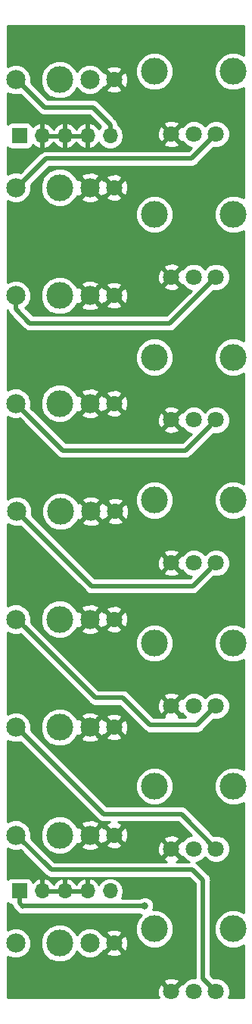
<source format=gbr>
G04 #@! TF.GenerationSoftware,KiCad,Pcbnew,(5.0.0-rc2-47-g52fceb3)*
G04 #@! TF.CreationDate,2018-07-16T10:42:13-05:00*
G04 #@! TF.ProjectId,nearness,6E6561726E6573732E6B696361645F70,rev?*
G04 #@! TF.SameCoordinates,Original*
G04 #@! TF.FileFunction,Copper,L1,Top,Signal*
G04 #@! TF.FilePolarity,Positive*
%FSLAX46Y46*%
G04 Gerber Fmt 4.6, Leading zero omitted, Abs format (unit mm)*
G04 Created by KiCad (PCBNEW (5.0.0-rc2-47-g52fceb3)) date Monday, July 16, 2018 at 10:42:13 AM*
%MOMM*%
%LPD*%
G01*
G04 APERTURE LIST*
G04 #@! TA.AperFunction,ComponentPad*
%ADD10C,1.800000*%
G04 #@! TD*
G04 #@! TA.AperFunction,WasherPad*
%ADD11C,3.000000*%
G04 #@! TD*
G04 #@! TA.AperFunction,ComponentPad*
%ADD12R,1.700000X1.700000*%
G04 #@! TD*
G04 #@! TA.AperFunction,ComponentPad*
%ADD13O,1.700000X1.700000*%
G04 #@! TD*
G04 #@! TA.AperFunction,ComponentPad*
%ADD14C,3.000000*%
G04 #@! TD*
G04 #@! TA.AperFunction,ComponentPad*
%ADD15C,2.150000*%
G04 #@! TD*
G04 #@! TA.AperFunction,ViaPad*
%ADD16C,0.800000*%
G04 #@! TD*
G04 #@! TA.AperFunction,Conductor*
%ADD17C,0.500000*%
G04 #@! TD*
G04 #@! TA.AperFunction,Conductor*
%ADD18C,0.254000*%
G04 #@! TD*
G04 APERTURE END LIST*
D10*
G04 #@! TO.P,RV1,1*
G04 #@! TO.N,GND*
X20001900Y-12814380D03*
G04 #@! TO.P,RV1,2*
G04 #@! TO.N,Net-(R1-Pad1)*
X22501900Y-12814380D03*
G04 #@! TO.P,RV1,3*
G04 #@! TO.N,Net-(J2-Pad3)*
X25001900Y-12814380D03*
D11*
G04 #@! TO.P,RV1,*
G04 #@! TO.N,*
X18101900Y-5814380D03*
X26901900Y-5814380D03*
G04 #@! TD*
D10*
G04 #@! TO.P,RV2,1*
G04 #@! TO.N,GND*
X20001900Y-28795380D03*
G04 #@! TO.P,RV2,2*
G04 #@! TO.N,Net-(R3-Pad1)*
X22501900Y-28795380D03*
G04 #@! TO.P,RV2,3*
G04 #@! TO.N,Net-(J3-Pad3)*
X25001900Y-28795380D03*
D11*
G04 #@! TO.P,RV2,*
G04 #@! TO.N,*
X18101900Y-21795380D03*
X26901900Y-21795380D03*
G04 #@! TD*
D10*
G04 #@! TO.P,RV3,1*
G04 #@! TO.N,GND*
X20001900Y-44776380D03*
G04 #@! TO.P,RV3,2*
G04 #@! TO.N,Net-(R5-Pad1)*
X22501900Y-44776380D03*
G04 #@! TO.P,RV3,3*
G04 #@! TO.N,Net-(J4-Pad3)*
X25001900Y-44776380D03*
D11*
G04 #@! TO.P,RV3,*
G04 #@! TO.N,*
X18101900Y-37776380D03*
X26901900Y-37776380D03*
G04 #@! TD*
D10*
G04 #@! TO.P,RV4,1*
G04 #@! TO.N,GND*
X20001900Y-60757380D03*
G04 #@! TO.P,RV4,2*
G04 #@! TO.N,Net-(R7-Pad1)*
X22501900Y-60757380D03*
G04 #@! TO.P,RV4,3*
G04 #@! TO.N,Net-(J5-Pad3)*
X25001900Y-60757380D03*
D11*
G04 #@! TO.P,RV4,*
G04 #@! TO.N,*
X18101900Y-53757380D03*
X26901900Y-53757380D03*
G04 #@! TD*
D10*
G04 #@! TO.P,RV5,1*
G04 #@! TO.N,GND*
X20001900Y-76738380D03*
G04 #@! TO.P,RV5,2*
G04 #@! TO.N,Net-(R10-Pad1)*
X22501900Y-76738380D03*
G04 #@! TO.P,RV5,3*
G04 #@! TO.N,Net-(J6-Pad3)*
X25001900Y-76738380D03*
D11*
G04 #@! TO.P,RV5,*
G04 #@! TO.N,*
X18101900Y-69738380D03*
X26901900Y-69738380D03*
G04 #@! TD*
D10*
G04 #@! TO.P,RV6,1*
G04 #@! TO.N,GND*
X20001900Y-92720380D03*
G04 #@! TO.P,RV6,2*
G04 #@! TO.N,Net-(R11-Pad1)*
X22501900Y-92720380D03*
G04 #@! TO.P,RV6,3*
G04 #@! TO.N,Net-(J7-Pad3)*
X25001900Y-92720380D03*
D11*
G04 #@! TO.P,RV6,*
G04 #@! TO.N,*
X18101900Y-85720380D03*
X26901900Y-85720380D03*
G04 #@! TD*
D10*
G04 #@! TO.P,RV7,1*
G04 #@! TO.N,GND*
X20001900Y-108681380D03*
G04 #@! TO.P,RV7,2*
G04 #@! TO.N,Net-(R13-Pad1)*
X22501900Y-108681380D03*
G04 #@! TO.P,RV7,3*
G04 #@! TO.N,Net-(J8-Pad3)*
X25001900Y-108681380D03*
D11*
G04 #@! TO.P,RV7,*
G04 #@! TO.N,*
X18101900Y-101681380D03*
X26901900Y-101681380D03*
G04 #@! TD*
D12*
G04 #@! TO.P,J12,1*
G04 #@! TO.N,Net-(J12-Pad1)*
X3000000Y-97445000D03*
D13*
G04 #@! TO.P,J12,2*
G04 #@! TO.N,GND*
X5540000Y-97445000D03*
G04 #@! TO.P,J12,3*
X8080000Y-97445000D03*
G04 #@! TO.P,J12,4*
X10620000Y-97445000D03*
G04 #@! TO.P,J12,5*
G04 #@! TO.N,Net-(J12-Pad5)*
X13160000Y-97445000D03*
G04 #@! TD*
G04 #@! TO.P,J11,5*
G04 #@! TO.N,Net-(J1-Pad3)*
X13160000Y-13000000D03*
G04 #@! TO.P,J11,4*
G04 #@! TO.N,GND*
X10620000Y-13000000D03*
G04 #@! TO.P,J11,3*
X8080000Y-13000000D03*
G04 #@! TO.P,J11,2*
X5540000Y-13000000D03*
D12*
G04 #@! TO.P,J11,1*
G04 #@! TO.N,Net-(J11-Pad1)*
X3000000Y-13000000D03*
G04 #@! TD*
D14*
G04 #@! TO.P,J6,*
G04 #@! TO.N,*
X7500000Y-67065000D03*
D15*
G04 #@! TO.P,J6,3*
G04 #@! TO.N,Net-(J6-Pad3)*
X2580000Y-67065000D03*
G04 #@! TO.P,J6,2*
G04 #@! TO.N,GND*
X10880000Y-67065000D03*
D10*
G04 #@! TO.P,J6,1*
X13596000Y-67065000D03*
G04 #@! TD*
D14*
G04 #@! TO.P,J5,*
G04 #@! TO.N,*
X7622000Y-55000000D03*
D15*
G04 #@! TO.P,J5,3*
G04 #@! TO.N,Net-(J5-Pad3)*
X2702000Y-55000000D03*
G04 #@! TO.P,J5,2*
G04 #@! TO.N,GND*
X11002000Y-55000000D03*
D10*
G04 #@! TO.P,J5,1*
X13718000Y-55000000D03*
G04 #@! TD*
D14*
G04 #@! TO.P,J4,*
G04 #@! TO.N,*
X7500000Y-42935000D03*
D15*
G04 #@! TO.P,J4,3*
G04 #@! TO.N,Net-(J4-Pad3)*
X2580000Y-42935000D03*
G04 #@! TO.P,J4,2*
G04 #@! TO.N,GND*
X10880000Y-42935000D03*
D10*
G04 #@! TO.P,J4,1*
X13596000Y-42935000D03*
G04 #@! TD*
D14*
G04 #@! TO.P,J3,*
G04 #@! TO.N,*
X7500000Y-30870000D03*
D15*
G04 #@! TO.P,J3,3*
G04 #@! TO.N,Net-(J3-Pad3)*
X2580000Y-30870000D03*
G04 #@! TO.P,J3,2*
G04 #@! TO.N,GND*
X10880000Y-30870000D03*
D10*
G04 #@! TO.P,J3,1*
X13596000Y-30870000D03*
G04 #@! TD*
D14*
G04 #@! TO.P,J2,*
G04 #@! TO.N,*
X7500000Y-18805000D03*
D15*
G04 #@! TO.P,J2,3*
G04 #@! TO.N,Net-(J2-Pad3)*
X2580000Y-18805000D03*
G04 #@! TO.P,J2,2*
G04 #@! TO.N,GND*
X10880000Y-18805000D03*
D10*
G04 #@! TO.P,J2,1*
X13596000Y-18805000D03*
G04 #@! TD*
D14*
G04 #@! TO.P,J1,*
G04 #@! TO.N,*
X7500000Y-6740000D03*
D15*
G04 #@! TO.P,J1,3*
G04 #@! TO.N,Net-(J1-Pad3)*
X2580000Y-6740000D03*
G04 #@! TO.P,J1,2*
G04 #@! TO.N,Net-(J1-Pad2)*
X10880000Y-6740000D03*
D10*
G04 #@! TO.P,J1,1*
G04 #@! TO.N,GND*
X13596000Y-6740000D03*
G04 #@! TD*
D14*
G04 #@! TO.P,J7,*
G04 #@! TO.N,*
X7500000Y-79130000D03*
D15*
G04 #@! TO.P,J7,3*
G04 #@! TO.N,Net-(J7-Pad3)*
X2580000Y-79130000D03*
G04 #@! TO.P,J7,2*
G04 #@! TO.N,GND*
X10880000Y-79130000D03*
D10*
G04 #@! TO.P,J7,1*
X13596000Y-79130000D03*
G04 #@! TD*
D14*
G04 #@! TO.P,J8,*
G04 #@! TO.N,*
X7500000Y-91195000D03*
D15*
G04 #@! TO.P,J8,3*
G04 #@! TO.N,Net-(J8-Pad3)*
X2580000Y-91195000D03*
G04 #@! TO.P,J8,2*
G04 #@! TO.N,GND*
X10880000Y-91195000D03*
D10*
G04 #@! TO.P,J8,1*
X13596000Y-91195000D03*
G04 #@! TD*
D14*
G04 #@! TO.P,J9,*
G04 #@! TO.N,*
X7500000Y-103260000D03*
D15*
G04 #@! TO.P,J9,3*
G04 #@! TO.N,Net-(J12-Pad5)*
X2580000Y-103260000D03*
G04 #@! TO.P,J9,2*
G04 #@! TO.N,Net-(J9-Pad2)*
X10880000Y-103260000D03*
D10*
G04 #@! TO.P,J9,1*
G04 #@! TO.N,GND*
X13596000Y-103260000D03*
G04 #@! TD*
D16*
G04 #@! TO.N,Net-(J12-Pad1)*
X17018000Y-99110800D03*
G04 #@! TD*
D17*
G04 #@! TO.N,Net-(J8-Pad3)*
X23520400Y-96215200D02*
X23520400Y-107199880D01*
X6553800Y-95046800D02*
X22352000Y-95046800D01*
X23520400Y-107199880D02*
X25001900Y-108681380D01*
X22352000Y-95046800D02*
X23520400Y-96215200D01*
X2702000Y-91195000D02*
X6553800Y-95046800D01*
G04 #@! TO.N,Net-(J7-Pad3)*
X2702000Y-79130000D02*
X7342379Y-83770379D01*
X12421200Y-88849200D02*
X7342379Y-83770379D01*
X21130720Y-88849200D02*
X12421200Y-88849200D01*
X25001900Y-92720380D02*
X21130720Y-88849200D01*
G04 #@! TO.N,Net-(J1-Pad3)*
X13160000Y-11797919D02*
X11217281Y-9855200D01*
X13160000Y-13000000D02*
X13160000Y-11797919D01*
X5817200Y-9855200D02*
X2702000Y-6740000D01*
X11217281Y-9855200D02*
X5817200Y-9855200D01*
G04 #@! TO.N,Net-(J2-Pad3)*
X22271480Y-15544800D02*
X25001900Y-12814380D01*
X5962200Y-15544800D02*
X22271480Y-15544800D01*
X2702000Y-18805000D02*
X5962200Y-15544800D01*
G04 #@! TO.N,Net-(J3-Pad3)*
X2580000Y-32390279D02*
X4174921Y-33985200D01*
X2580000Y-30870000D02*
X2580000Y-32390279D01*
X19812080Y-33985200D02*
X25001900Y-28795380D01*
X4174921Y-33985200D02*
X19812080Y-33985200D01*
G04 #@! TO.N,Net-(J4-Pad3)*
X24101901Y-45676379D02*
X25001900Y-44776380D01*
X21569080Y-48209200D02*
X24101901Y-45676379D01*
X7854200Y-48209200D02*
X21569080Y-48209200D01*
X2580000Y-42935000D02*
X7854200Y-48209200D01*
G04 #@! TO.N,Net-(J5-Pad3)*
X22411680Y-63347600D02*
X24101901Y-61657379D01*
X24101901Y-61657379D02*
X25001900Y-60757380D01*
X11049600Y-63347600D02*
X22411680Y-63347600D01*
X2702000Y-55000000D02*
X11049600Y-63347600D01*
G04 #@! TO.N,Net-(J6-Pad3)*
X3776999Y-68139999D02*
X2702000Y-67065000D01*
X11475381Y-75838381D02*
X3776999Y-68139999D01*
X25001900Y-76738380D02*
X22847880Y-78892400D01*
X22847880Y-78892400D02*
X17627600Y-78892400D01*
X14573581Y-75838381D02*
X11475381Y-75838381D01*
X17627600Y-78892400D02*
X14573581Y-75838381D01*
G04 #@! TO.N,Net-(J12-Pad1)*
X3000000Y-98795000D02*
X3000000Y-97445000D01*
X3366600Y-99161600D02*
X3000000Y-98795000D01*
X3417400Y-99110800D02*
X3366600Y-99161600D01*
X17018000Y-99110800D02*
X3417400Y-99110800D01*
G04 #@! TD*
D18*
G04 #@! TO.N,GND*
G36*
X2239860Y-92905000D02*
X2920140Y-92905000D01*
X3090045Y-92834623D01*
X5866377Y-95610956D01*
X5915751Y-95684849D01*
X5989644Y-95734223D01*
X5989645Y-95734224D01*
X6192681Y-95869889D01*
X6208490Y-95880452D01*
X6466635Y-95931800D01*
X6466639Y-95931800D01*
X6553800Y-95949137D01*
X6640961Y-95931800D01*
X21985422Y-95931800D01*
X22635400Y-96581779D01*
X22635401Y-107112715D01*
X22628705Y-107146380D01*
X22196570Y-107146380D01*
X21632393Y-107380070D01*
X21200590Y-107811873D01*
X21197361Y-107819670D01*
X21082059Y-107780826D01*
X20181505Y-108681380D01*
X20195648Y-108695523D01*
X20016043Y-108875128D01*
X20001900Y-108860985D01*
X19987758Y-108875128D01*
X19808153Y-108695523D01*
X19822295Y-108681380D01*
X18921741Y-107780826D01*
X18665257Y-107867232D01*
X18455442Y-108440716D01*
X18481061Y-109050840D01*
X18590480Y-109315000D01*
X1685000Y-109315000D01*
X1685000Y-107601221D01*
X19101346Y-107601221D01*
X20001900Y-108501775D01*
X20902454Y-107601221D01*
X20816048Y-107344737D01*
X20242564Y-107134922D01*
X19632440Y-107160541D01*
X19187752Y-107344737D01*
X19101346Y-107601221D01*
X1685000Y-107601221D01*
X1685000Y-104740169D01*
X2239860Y-104970000D01*
X2920140Y-104970000D01*
X3548637Y-104709668D01*
X4029668Y-104228637D01*
X4290000Y-103600140D01*
X4290000Y-102919860D01*
X4254984Y-102835322D01*
X5365000Y-102835322D01*
X5365000Y-103684678D01*
X5690034Y-104469380D01*
X6290620Y-105069966D01*
X7075322Y-105395000D01*
X7924678Y-105395000D01*
X8709380Y-105069966D01*
X9309966Y-104469380D01*
X9420008Y-104203714D01*
X9430332Y-104228637D01*
X9911363Y-104709668D01*
X10539860Y-104970000D01*
X11220140Y-104970000D01*
X11848637Y-104709668D01*
X12218146Y-104340159D01*
X12695446Y-104340159D01*
X12781852Y-104596643D01*
X13355336Y-104806458D01*
X13965460Y-104780839D01*
X14410148Y-104596643D01*
X14496554Y-104340159D01*
X13596000Y-103439605D01*
X12695446Y-104340159D01*
X12218146Y-104340159D01*
X12329668Y-104228637D01*
X12377213Y-104113852D01*
X12515841Y-104160554D01*
X13416395Y-103260000D01*
X13775605Y-103260000D01*
X14676159Y-104160554D01*
X14932643Y-104074148D01*
X15142458Y-103500664D01*
X15116839Y-102890540D01*
X14932643Y-102445852D01*
X14676159Y-102359446D01*
X13775605Y-103260000D01*
X13416395Y-103260000D01*
X12515841Y-102359446D01*
X12377213Y-102406148D01*
X12329668Y-102291363D01*
X12218146Y-102179841D01*
X12695446Y-102179841D01*
X13596000Y-103080395D01*
X14496554Y-102179841D01*
X14410148Y-101923357D01*
X13836664Y-101713542D01*
X13226540Y-101739161D01*
X12781852Y-101923357D01*
X12695446Y-102179841D01*
X12218146Y-102179841D01*
X11848637Y-101810332D01*
X11220140Y-101550000D01*
X10539860Y-101550000D01*
X9911363Y-101810332D01*
X9430332Y-102291363D01*
X9420008Y-102316286D01*
X9309966Y-102050620D01*
X8709380Y-101450034D01*
X7924678Y-101125000D01*
X7075322Y-101125000D01*
X6290620Y-101450034D01*
X5690034Y-102050620D01*
X5365000Y-102835322D01*
X4254984Y-102835322D01*
X4029668Y-102291363D01*
X3548637Y-101810332D01*
X2920140Y-101550000D01*
X2239860Y-101550000D01*
X1685000Y-101779831D01*
X1685000Y-98742047D01*
X1692191Y-98752809D01*
X1902235Y-98893157D01*
X2126042Y-98937674D01*
X2166348Y-99140309D01*
X2361951Y-99433049D01*
X2435847Y-99482425D01*
X2679176Y-99725754D01*
X2728551Y-99799649D01*
X2802446Y-99849024D01*
X3021290Y-99995252D01*
X3366600Y-100063937D01*
X3709155Y-99995800D01*
X16449993Y-99995800D01*
X16674953Y-100088981D01*
X16291934Y-100472000D01*
X15966900Y-101256702D01*
X15966900Y-102106058D01*
X16291934Y-102890760D01*
X16892520Y-103491346D01*
X17677222Y-103816380D01*
X18526578Y-103816380D01*
X19311280Y-103491346D01*
X19911866Y-102890760D01*
X20236900Y-102106058D01*
X20236900Y-101256702D01*
X19911866Y-100472000D01*
X19311280Y-99871414D01*
X18526578Y-99546380D01*
X17957853Y-99546380D01*
X18053000Y-99316674D01*
X18053000Y-98904926D01*
X17895431Y-98524520D01*
X17604280Y-98233369D01*
X17223874Y-98075800D01*
X16812126Y-98075800D01*
X16449993Y-98225800D01*
X14424280Y-98225800D01*
X14558839Y-98024418D01*
X14674092Y-97445000D01*
X14558839Y-96865582D01*
X14230625Y-96374375D01*
X13739418Y-96046161D01*
X13306256Y-95960000D01*
X13013744Y-95960000D01*
X12580582Y-96046161D01*
X12089375Y-96374375D01*
X11876157Y-96693478D01*
X11815183Y-96563642D01*
X11386924Y-96173355D01*
X10976890Y-96003524D01*
X10747000Y-96124845D01*
X10747000Y-97318000D01*
X10767000Y-97318000D01*
X10767000Y-97572000D01*
X10747000Y-97572000D01*
X10747000Y-97592000D01*
X10493000Y-97592000D01*
X10493000Y-97572000D01*
X8207000Y-97572000D01*
X8207000Y-97592000D01*
X7953000Y-97592000D01*
X7953000Y-97572000D01*
X5667000Y-97572000D01*
X5667000Y-97592000D01*
X5413000Y-97592000D01*
X5413000Y-97572000D01*
X5393000Y-97572000D01*
X5393000Y-97318000D01*
X5413000Y-97318000D01*
X5413000Y-96124845D01*
X5667000Y-96124845D01*
X5667000Y-97318000D01*
X7953000Y-97318000D01*
X7953000Y-96124845D01*
X8207000Y-96124845D01*
X8207000Y-97318000D01*
X10493000Y-97318000D01*
X10493000Y-96124845D01*
X10263110Y-96003524D01*
X9853076Y-96173355D01*
X9424817Y-96563642D01*
X9350000Y-96722954D01*
X9275183Y-96563642D01*
X8846924Y-96173355D01*
X8436890Y-96003524D01*
X8207000Y-96124845D01*
X7953000Y-96124845D01*
X7723110Y-96003524D01*
X7313076Y-96173355D01*
X6884817Y-96563642D01*
X6810000Y-96722954D01*
X6735183Y-96563642D01*
X6306924Y-96173355D01*
X5896890Y-96003524D01*
X5667000Y-96124845D01*
X5413000Y-96124845D01*
X5183110Y-96003524D01*
X4773076Y-96173355D01*
X4468739Y-96450708D01*
X4448157Y-96347235D01*
X4307809Y-96137191D01*
X4097765Y-95996843D01*
X3850000Y-95947560D01*
X2150000Y-95947560D01*
X1902235Y-95996843D01*
X1692191Y-96137191D01*
X1685000Y-96147953D01*
X1685000Y-92675169D01*
X2239860Y-92905000D01*
X2239860Y-92905000D01*
G37*
X2239860Y-92905000D02*
X2920140Y-92905000D01*
X3090045Y-92834623D01*
X5866377Y-95610956D01*
X5915751Y-95684849D01*
X5989644Y-95734223D01*
X5989645Y-95734224D01*
X6192681Y-95869889D01*
X6208490Y-95880452D01*
X6466635Y-95931800D01*
X6466639Y-95931800D01*
X6553800Y-95949137D01*
X6640961Y-95931800D01*
X21985422Y-95931800D01*
X22635400Y-96581779D01*
X22635401Y-107112715D01*
X22628705Y-107146380D01*
X22196570Y-107146380D01*
X21632393Y-107380070D01*
X21200590Y-107811873D01*
X21197361Y-107819670D01*
X21082059Y-107780826D01*
X20181505Y-108681380D01*
X20195648Y-108695523D01*
X20016043Y-108875128D01*
X20001900Y-108860985D01*
X19987758Y-108875128D01*
X19808153Y-108695523D01*
X19822295Y-108681380D01*
X18921741Y-107780826D01*
X18665257Y-107867232D01*
X18455442Y-108440716D01*
X18481061Y-109050840D01*
X18590480Y-109315000D01*
X1685000Y-109315000D01*
X1685000Y-107601221D01*
X19101346Y-107601221D01*
X20001900Y-108501775D01*
X20902454Y-107601221D01*
X20816048Y-107344737D01*
X20242564Y-107134922D01*
X19632440Y-107160541D01*
X19187752Y-107344737D01*
X19101346Y-107601221D01*
X1685000Y-107601221D01*
X1685000Y-104740169D01*
X2239860Y-104970000D01*
X2920140Y-104970000D01*
X3548637Y-104709668D01*
X4029668Y-104228637D01*
X4290000Y-103600140D01*
X4290000Y-102919860D01*
X4254984Y-102835322D01*
X5365000Y-102835322D01*
X5365000Y-103684678D01*
X5690034Y-104469380D01*
X6290620Y-105069966D01*
X7075322Y-105395000D01*
X7924678Y-105395000D01*
X8709380Y-105069966D01*
X9309966Y-104469380D01*
X9420008Y-104203714D01*
X9430332Y-104228637D01*
X9911363Y-104709668D01*
X10539860Y-104970000D01*
X11220140Y-104970000D01*
X11848637Y-104709668D01*
X12218146Y-104340159D01*
X12695446Y-104340159D01*
X12781852Y-104596643D01*
X13355336Y-104806458D01*
X13965460Y-104780839D01*
X14410148Y-104596643D01*
X14496554Y-104340159D01*
X13596000Y-103439605D01*
X12695446Y-104340159D01*
X12218146Y-104340159D01*
X12329668Y-104228637D01*
X12377213Y-104113852D01*
X12515841Y-104160554D01*
X13416395Y-103260000D01*
X13775605Y-103260000D01*
X14676159Y-104160554D01*
X14932643Y-104074148D01*
X15142458Y-103500664D01*
X15116839Y-102890540D01*
X14932643Y-102445852D01*
X14676159Y-102359446D01*
X13775605Y-103260000D01*
X13416395Y-103260000D01*
X12515841Y-102359446D01*
X12377213Y-102406148D01*
X12329668Y-102291363D01*
X12218146Y-102179841D01*
X12695446Y-102179841D01*
X13596000Y-103080395D01*
X14496554Y-102179841D01*
X14410148Y-101923357D01*
X13836664Y-101713542D01*
X13226540Y-101739161D01*
X12781852Y-101923357D01*
X12695446Y-102179841D01*
X12218146Y-102179841D01*
X11848637Y-101810332D01*
X11220140Y-101550000D01*
X10539860Y-101550000D01*
X9911363Y-101810332D01*
X9430332Y-102291363D01*
X9420008Y-102316286D01*
X9309966Y-102050620D01*
X8709380Y-101450034D01*
X7924678Y-101125000D01*
X7075322Y-101125000D01*
X6290620Y-101450034D01*
X5690034Y-102050620D01*
X5365000Y-102835322D01*
X4254984Y-102835322D01*
X4029668Y-102291363D01*
X3548637Y-101810332D01*
X2920140Y-101550000D01*
X2239860Y-101550000D01*
X1685000Y-101779831D01*
X1685000Y-98742047D01*
X1692191Y-98752809D01*
X1902235Y-98893157D01*
X2126042Y-98937674D01*
X2166348Y-99140309D01*
X2361951Y-99433049D01*
X2435847Y-99482425D01*
X2679176Y-99725754D01*
X2728551Y-99799649D01*
X2802446Y-99849024D01*
X3021290Y-99995252D01*
X3366600Y-100063937D01*
X3709155Y-99995800D01*
X16449993Y-99995800D01*
X16674953Y-100088981D01*
X16291934Y-100472000D01*
X15966900Y-101256702D01*
X15966900Y-102106058D01*
X16291934Y-102890760D01*
X16892520Y-103491346D01*
X17677222Y-103816380D01*
X18526578Y-103816380D01*
X19311280Y-103491346D01*
X19911866Y-102890760D01*
X20236900Y-102106058D01*
X20236900Y-101256702D01*
X19911866Y-100472000D01*
X19311280Y-99871414D01*
X18526578Y-99546380D01*
X17957853Y-99546380D01*
X18053000Y-99316674D01*
X18053000Y-98904926D01*
X17895431Y-98524520D01*
X17604280Y-98233369D01*
X17223874Y-98075800D01*
X16812126Y-98075800D01*
X16449993Y-98225800D01*
X14424280Y-98225800D01*
X14558839Y-98024418D01*
X14674092Y-97445000D01*
X14558839Y-96865582D01*
X14230625Y-96374375D01*
X13739418Y-96046161D01*
X13306256Y-95960000D01*
X13013744Y-95960000D01*
X12580582Y-96046161D01*
X12089375Y-96374375D01*
X11876157Y-96693478D01*
X11815183Y-96563642D01*
X11386924Y-96173355D01*
X10976890Y-96003524D01*
X10747000Y-96124845D01*
X10747000Y-97318000D01*
X10767000Y-97318000D01*
X10767000Y-97572000D01*
X10747000Y-97572000D01*
X10747000Y-97592000D01*
X10493000Y-97592000D01*
X10493000Y-97572000D01*
X8207000Y-97572000D01*
X8207000Y-97592000D01*
X7953000Y-97592000D01*
X7953000Y-97572000D01*
X5667000Y-97572000D01*
X5667000Y-97592000D01*
X5413000Y-97592000D01*
X5413000Y-97572000D01*
X5393000Y-97572000D01*
X5393000Y-97318000D01*
X5413000Y-97318000D01*
X5413000Y-96124845D01*
X5667000Y-96124845D01*
X5667000Y-97318000D01*
X7953000Y-97318000D01*
X7953000Y-96124845D01*
X8207000Y-96124845D01*
X8207000Y-97318000D01*
X10493000Y-97318000D01*
X10493000Y-96124845D01*
X10263110Y-96003524D01*
X9853076Y-96173355D01*
X9424817Y-96563642D01*
X9350000Y-96722954D01*
X9275183Y-96563642D01*
X8846924Y-96173355D01*
X8436890Y-96003524D01*
X8207000Y-96124845D01*
X7953000Y-96124845D01*
X7723110Y-96003524D01*
X7313076Y-96173355D01*
X6884817Y-96563642D01*
X6810000Y-96722954D01*
X6735183Y-96563642D01*
X6306924Y-96173355D01*
X5896890Y-96003524D01*
X5667000Y-96124845D01*
X5413000Y-96124845D01*
X5183110Y-96003524D01*
X4773076Y-96173355D01*
X4468739Y-96450708D01*
X4448157Y-96347235D01*
X4307809Y-96137191D01*
X4097765Y-95996843D01*
X3850000Y-95947560D01*
X2150000Y-95947560D01*
X1902235Y-95996843D01*
X1692191Y-96137191D01*
X1685000Y-96147953D01*
X1685000Y-92675169D01*
X2239860Y-92905000D01*
G36*
X28065000Y-3985244D02*
X27326578Y-3679380D01*
X26477222Y-3679380D01*
X25692520Y-4004414D01*
X25091934Y-4605000D01*
X24766900Y-5389702D01*
X24766900Y-6239058D01*
X25091934Y-7023760D01*
X25692520Y-7624346D01*
X26477222Y-7949380D01*
X27326578Y-7949380D01*
X28065000Y-7643516D01*
X28065000Y-19966244D01*
X27326578Y-19660380D01*
X26477222Y-19660380D01*
X25692520Y-19985414D01*
X25091934Y-20586000D01*
X24766900Y-21370702D01*
X24766900Y-22220058D01*
X25091934Y-23004760D01*
X25692520Y-23605346D01*
X26477222Y-23930380D01*
X27326578Y-23930380D01*
X28065000Y-23624516D01*
X28065000Y-35947244D01*
X27326578Y-35641380D01*
X26477222Y-35641380D01*
X25692520Y-35966414D01*
X25091934Y-36567000D01*
X24766900Y-37351702D01*
X24766900Y-38201058D01*
X25091934Y-38985760D01*
X25692520Y-39586346D01*
X26477222Y-39911380D01*
X27326578Y-39911380D01*
X28065000Y-39605516D01*
X28065000Y-51928244D01*
X27326578Y-51622380D01*
X26477222Y-51622380D01*
X25692520Y-51947414D01*
X25091934Y-52548000D01*
X24766900Y-53332702D01*
X24766900Y-54182058D01*
X25091934Y-54966760D01*
X25692520Y-55567346D01*
X26477222Y-55892380D01*
X27326578Y-55892380D01*
X28065001Y-55586516D01*
X28065001Y-67909244D01*
X27326578Y-67603380D01*
X26477222Y-67603380D01*
X25692520Y-67928414D01*
X25091934Y-68529000D01*
X24766900Y-69313702D01*
X24766900Y-70163058D01*
X25091934Y-70947760D01*
X25692520Y-71548346D01*
X26477222Y-71873380D01*
X27326578Y-71873380D01*
X28065001Y-71567516D01*
X28065001Y-83891245D01*
X27326578Y-83585380D01*
X26477222Y-83585380D01*
X25692520Y-83910414D01*
X25091934Y-84511000D01*
X24766900Y-85295702D01*
X24766900Y-86145058D01*
X25091934Y-86929760D01*
X25692520Y-87530346D01*
X26477222Y-87855380D01*
X27326578Y-87855380D01*
X28065001Y-87549515D01*
X28065001Y-99852245D01*
X27326578Y-99546380D01*
X26477222Y-99546380D01*
X25692520Y-99871414D01*
X25091934Y-100472000D01*
X24766900Y-101256702D01*
X24766900Y-102106058D01*
X25091934Y-102890760D01*
X25692520Y-103491346D01*
X26477222Y-103816380D01*
X27326578Y-103816380D01*
X28065001Y-103510515D01*
X28065001Y-109315000D01*
X26400918Y-109315000D01*
X26536900Y-108986710D01*
X26536900Y-108376050D01*
X26303210Y-107811873D01*
X25871407Y-107380070D01*
X25307230Y-107146380D01*
X24718478Y-107146380D01*
X24405400Y-106833302D01*
X24405400Y-96302359D01*
X24422737Y-96215199D01*
X24405400Y-96128039D01*
X24405400Y-96128035D01*
X24354052Y-95869890D01*
X24158449Y-95577151D01*
X24084556Y-95527777D01*
X23039425Y-94482647D01*
X22990049Y-94408751D01*
X22760514Y-94255380D01*
X22807230Y-94255380D01*
X23371407Y-94021690D01*
X23751900Y-93641197D01*
X24132393Y-94021690D01*
X24696570Y-94255380D01*
X25307230Y-94255380D01*
X25871407Y-94021690D01*
X26303210Y-93589887D01*
X26536900Y-93025710D01*
X26536900Y-92415050D01*
X26303210Y-91850873D01*
X25871407Y-91419070D01*
X25307230Y-91185380D01*
X24718479Y-91185380D01*
X21818145Y-88285047D01*
X21768769Y-88211151D01*
X21476030Y-88015548D01*
X21217885Y-87964200D01*
X21217881Y-87964200D01*
X21130720Y-87946863D01*
X21043559Y-87964200D01*
X12787779Y-87964200D01*
X10119281Y-85295702D01*
X15966900Y-85295702D01*
X15966900Y-86145058D01*
X16291934Y-86929760D01*
X16892520Y-87530346D01*
X17677222Y-87855380D01*
X18526578Y-87855380D01*
X19311280Y-87530346D01*
X19911866Y-86929760D01*
X20236900Y-86145058D01*
X20236900Y-85295702D01*
X19911866Y-84511000D01*
X19311280Y-83910414D01*
X18526578Y-83585380D01*
X17677222Y-83585380D01*
X16892520Y-83910414D01*
X16291934Y-84511000D01*
X15966900Y-85295702D01*
X10119281Y-85295702D01*
X8029805Y-83206227D01*
X8029803Y-83206224D01*
X4290000Y-79466422D01*
X4290000Y-78789860D01*
X4254984Y-78705322D01*
X5365000Y-78705322D01*
X5365000Y-79554678D01*
X5690034Y-80339380D01*
X6290620Y-80939966D01*
X7075322Y-81265000D01*
X7924678Y-81265000D01*
X8709380Y-80939966D01*
X9309966Y-80339380D01*
X9311040Y-80336787D01*
X9852819Y-80336787D01*
X9960664Y-80611423D01*
X10597560Y-80850471D01*
X11277454Y-80827593D01*
X11799336Y-80611423D01*
X11907181Y-80336787D01*
X11780554Y-80210159D01*
X12695446Y-80210159D01*
X12781852Y-80466643D01*
X13355336Y-80676458D01*
X13965460Y-80650839D01*
X14410148Y-80466643D01*
X14496554Y-80210159D01*
X13596000Y-79309605D01*
X12695446Y-80210159D01*
X11780554Y-80210159D01*
X10880000Y-79309605D01*
X9852819Y-80336787D01*
X9311040Y-80336787D01*
X9425695Y-80059985D01*
X9673213Y-80157181D01*
X10700395Y-79130000D01*
X11059605Y-79130000D01*
X12086787Y-80157181D01*
X12361423Y-80049336D01*
X12385015Y-79986480D01*
X12515841Y-80030554D01*
X13416395Y-79130000D01*
X13775605Y-79130000D01*
X14676159Y-80030554D01*
X14932643Y-79944148D01*
X15142458Y-79370664D01*
X15116839Y-78760540D01*
X14932643Y-78315852D01*
X14676159Y-78229446D01*
X13775605Y-79130000D01*
X13416395Y-79130000D01*
X12515841Y-78229446D01*
X12387159Y-78272797D01*
X12361423Y-78210664D01*
X12086787Y-78102819D01*
X11059605Y-79130000D01*
X10700395Y-79130000D01*
X9673213Y-78102819D01*
X9425695Y-78200015D01*
X9311041Y-77923213D01*
X9852819Y-77923213D01*
X10880000Y-78950395D01*
X11780553Y-78049841D01*
X12695446Y-78049841D01*
X13596000Y-78950395D01*
X14496554Y-78049841D01*
X14410148Y-77793357D01*
X13836664Y-77583542D01*
X13226540Y-77609161D01*
X12781852Y-77793357D01*
X12695446Y-78049841D01*
X11780553Y-78049841D01*
X11907181Y-77923213D01*
X11799336Y-77648577D01*
X11162440Y-77409529D01*
X10482546Y-77432407D01*
X9960664Y-77648577D01*
X9852819Y-77923213D01*
X9311041Y-77923213D01*
X9309966Y-77920620D01*
X8709380Y-77320034D01*
X7924678Y-76995000D01*
X7075322Y-76995000D01*
X6290620Y-77320034D01*
X5690034Y-77920620D01*
X5365000Y-78705322D01*
X4254984Y-78705322D01*
X4029668Y-78161363D01*
X3548637Y-77680332D01*
X2920140Y-77420000D01*
X2239860Y-77420000D01*
X1685000Y-77649831D01*
X1685000Y-68545169D01*
X2239860Y-68775000D01*
X2920140Y-68775000D01*
X3090044Y-68704623D01*
X3212844Y-68827423D01*
X3212847Y-68827425D01*
X10787958Y-76402537D01*
X10837332Y-76476430D01*
X10911225Y-76525804D01*
X10911226Y-76525805D01*
X10960569Y-76558775D01*
X11130071Y-76672033D01*
X11388216Y-76723381D01*
X11388220Y-76723381D01*
X11475380Y-76740718D01*
X11562540Y-76723381D01*
X14207003Y-76723381D01*
X16940177Y-79456556D01*
X16989551Y-79530449D01*
X17063444Y-79579823D01*
X17063445Y-79579824D01*
X17174480Y-79654015D01*
X17282290Y-79726052D01*
X17540435Y-79777400D01*
X17540439Y-79777400D01*
X17627599Y-79794737D01*
X17714759Y-79777400D01*
X22760719Y-79777400D01*
X22847880Y-79794737D01*
X22935041Y-79777400D01*
X22935045Y-79777400D01*
X23193190Y-79726052D01*
X23485929Y-79530449D01*
X23535305Y-79456553D01*
X24718479Y-78273380D01*
X25307230Y-78273380D01*
X25871407Y-78039690D01*
X26303210Y-77607887D01*
X26536900Y-77043710D01*
X26536900Y-76433050D01*
X26303210Y-75868873D01*
X25871407Y-75437070D01*
X25307230Y-75203380D01*
X24696570Y-75203380D01*
X24132393Y-75437070D01*
X23751900Y-75817563D01*
X23371407Y-75437070D01*
X22807230Y-75203380D01*
X22196570Y-75203380D01*
X21632393Y-75437070D01*
X21200590Y-75868873D01*
X21197361Y-75876670D01*
X21082059Y-75837826D01*
X20181505Y-76738380D01*
X21082059Y-77638934D01*
X21197361Y-77600090D01*
X21200590Y-77607887D01*
X21600103Y-78007400D01*
X20838829Y-78007400D01*
X20902454Y-77818539D01*
X20001900Y-76917985D01*
X19101346Y-77818539D01*
X19164971Y-78007400D01*
X17994179Y-78007400D01*
X16484495Y-76497716D01*
X18455442Y-76497716D01*
X18481061Y-77107840D01*
X18665257Y-77552528D01*
X18921741Y-77638934D01*
X19822295Y-76738380D01*
X18921741Y-75837826D01*
X18665257Y-75924232D01*
X18455442Y-76497716D01*
X16484495Y-76497716D01*
X15645000Y-75658221D01*
X19101346Y-75658221D01*
X20001900Y-76558775D01*
X20902454Y-75658221D01*
X20816048Y-75401737D01*
X20242564Y-75191922D01*
X19632440Y-75217541D01*
X19187752Y-75401737D01*
X19101346Y-75658221D01*
X15645000Y-75658221D01*
X15261006Y-75274228D01*
X15211630Y-75200332D01*
X14918891Y-75004729D01*
X14660746Y-74953381D01*
X14660742Y-74953381D01*
X14573581Y-74936044D01*
X14486420Y-74953381D01*
X11841960Y-74953381D01*
X6202281Y-69313702D01*
X15966900Y-69313702D01*
X15966900Y-70163058D01*
X16291934Y-70947760D01*
X16892520Y-71548346D01*
X17677222Y-71873380D01*
X18526578Y-71873380D01*
X19311280Y-71548346D01*
X19911866Y-70947760D01*
X20236900Y-70163058D01*
X20236900Y-69313702D01*
X19911866Y-68529000D01*
X19311280Y-67928414D01*
X18526578Y-67603380D01*
X17677222Y-67603380D01*
X16892520Y-67928414D01*
X16291934Y-68529000D01*
X15966900Y-69313702D01*
X6202281Y-69313702D01*
X4464425Y-67575847D01*
X4464423Y-67575844D01*
X4290000Y-67401421D01*
X4290000Y-66724860D01*
X4254984Y-66640322D01*
X5365000Y-66640322D01*
X5365000Y-67489678D01*
X5690034Y-68274380D01*
X6290620Y-68874966D01*
X7075322Y-69200000D01*
X7924678Y-69200000D01*
X8709380Y-68874966D01*
X9309966Y-68274380D01*
X9311040Y-68271787D01*
X9852819Y-68271787D01*
X9960664Y-68546423D01*
X10597560Y-68785471D01*
X11277454Y-68762593D01*
X11799336Y-68546423D01*
X11907181Y-68271787D01*
X11780554Y-68145159D01*
X12695446Y-68145159D01*
X12781852Y-68401643D01*
X13355336Y-68611458D01*
X13965460Y-68585839D01*
X14410148Y-68401643D01*
X14496554Y-68145159D01*
X13596000Y-67244605D01*
X12695446Y-68145159D01*
X11780554Y-68145159D01*
X10880000Y-67244605D01*
X9852819Y-68271787D01*
X9311040Y-68271787D01*
X9425695Y-67994985D01*
X9673213Y-68092181D01*
X10700395Y-67065000D01*
X11059605Y-67065000D01*
X12086787Y-68092181D01*
X12361423Y-67984336D01*
X12385015Y-67921480D01*
X12515841Y-67965554D01*
X13416395Y-67065000D01*
X13775605Y-67065000D01*
X14676159Y-67965554D01*
X14932643Y-67879148D01*
X15142458Y-67305664D01*
X15116839Y-66695540D01*
X14932643Y-66250852D01*
X14676159Y-66164446D01*
X13775605Y-67065000D01*
X13416395Y-67065000D01*
X12515841Y-66164446D01*
X12387159Y-66207797D01*
X12361423Y-66145664D01*
X12086787Y-66037819D01*
X11059605Y-67065000D01*
X10700395Y-67065000D01*
X9673213Y-66037819D01*
X9425695Y-66135015D01*
X9311041Y-65858213D01*
X9852819Y-65858213D01*
X10880000Y-66885395D01*
X11780553Y-65984841D01*
X12695446Y-65984841D01*
X13596000Y-66885395D01*
X14496554Y-65984841D01*
X14410148Y-65728357D01*
X13836664Y-65518542D01*
X13226540Y-65544161D01*
X12781852Y-65728357D01*
X12695446Y-65984841D01*
X11780553Y-65984841D01*
X11907181Y-65858213D01*
X11799336Y-65583577D01*
X11162440Y-65344529D01*
X10482546Y-65367407D01*
X9960664Y-65583577D01*
X9852819Y-65858213D01*
X9311041Y-65858213D01*
X9309966Y-65855620D01*
X8709380Y-65255034D01*
X7924678Y-64930000D01*
X7075322Y-64930000D01*
X6290620Y-65255034D01*
X5690034Y-65855620D01*
X5365000Y-66640322D01*
X4254984Y-66640322D01*
X4029668Y-66096363D01*
X3548637Y-65615332D01*
X2920140Y-65355000D01*
X2239860Y-65355000D01*
X1685000Y-65584831D01*
X1685000Y-56401305D01*
X1733363Y-56449668D01*
X2361860Y-56710000D01*
X3042140Y-56710000D01*
X3125778Y-56675356D01*
X10362177Y-63911756D01*
X10411551Y-63985649D01*
X10485444Y-64035023D01*
X10485445Y-64035024D01*
X10596480Y-64109215D01*
X10704290Y-64181252D01*
X10962435Y-64232600D01*
X10962439Y-64232600D01*
X11049599Y-64249937D01*
X11136759Y-64232600D01*
X22324519Y-64232600D01*
X22411680Y-64249937D01*
X22498841Y-64232600D01*
X22498845Y-64232600D01*
X22756990Y-64181252D01*
X23049729Y-63985649D01*
X23099105Y-63911753D01*
X24718479Y-62292380D01*
X25307230Y-62292380D01*
X25871407Y-62058690D01*
X26303210Y-61626887D01*
X26536900Y-61062710D01*
X26536900Y-60452050D01*
X26303210Y-59887873D01*
X25871407Y-59456070D01*
X25307230Y-59222380D01*
X24696570Y-59222380D01*
X24132393Y-59456070D01*
X23751900Y-59836563D01*
X23371407Y-59456070D01*
X22807230Y-59222380D01*
X22196570Y-59222380D01*
X21632393Y-59456070D01*
X21200590Y-59887873D01*
X21197361Y-59895670D01*
X21082059Y-59856826D01*
X20181505Y-60757380D01*
X21082059Y-61657934D01*
X21197361Y-61619090D01*
X21200590Y-61626887D01*
X21632393Y-62058690D01*
X22196570Y-62292380D01*
X22215322Y-62292380D01*
X22045102Y-62462600D01*
X11416179Y-62462600D01*
X10791118Y-61837539D01*
X19101346Y-61837539D01*
X19187752Y-62094023D01*
X19761236Y-62303838D01*
X20371360Y-62278219D01*
X20816048Y-62094023D01*
X20902454Y-61837539D01*
X20001900Y-60936985D01*
X19101346Y-61837539D01*
X10791118Y-61837539D01*
X9470295Y-60516716D01*
X18455442Y-60516716D01*
X18481061Y-61126840D01*
X18665257Y-61571528D01*
X18921741Y-61657934D01*
X19822295Y-60757380D01*
X18921741Y-59856826D01*
X18665257Y-59943232D01*
X18455442Y-60516716D01*
X9470295Y-60516716D01*
X8630800Y-59677221D01*
X19101346Y-59677221D01*
X20001900Y-60577775D01*
X20902454Y-59677221D01*
X20816048Y-59420737D01*
X20242564Y-59210922D01*
X19632440Y-59236541D01*
X19187752Y-59420737D01*
X19101346Y-59677221D01*
X8630800Y-59677221D01*
X4377356Y-55423778D01*
X4412000Y-55340140D01*
X4412000Y-54659860D01*
X4376984Y-54575322D01*
X5487000Y-54575322D01*
X5487000Y-55424678D01*
X5812034Y-56209380D01*
X6412620Y-56809966D01*
X7197322Y-57135000D01*
X8046678Y-57135000D01*
X8831380Y-56809966D01*
X9431966Y-56209380D01*
X9433040Y-56206787D01*
X9974819Y-56206787D01*
X10082664Y-56481423D01*
X10719560Y-56720471D01*
X11399454Y-56697593D01*
X11921336Y-56481423D01*
X12029181Y-56206787D01*
X11902554Y-56080159D01*
X12817446Y-56080159D01*
X12903852Y-56336643D01*
X13477336Y-56546458D01*
X14087460Y-56520839D01*
X14532148Y-56336643D01*
X14618554Y-56080159D01*
X13718000Y-55179605D01*
X12817446Y-56080159D01*
X11902554Y-56080159D01*
X11002000Y-55179605D01*
X9974819Y-56206787D01*
X9433040Y-56206787D01*
X9547695Y-55929985D01*
X9795213Y-56027181D01*
X10822395Y-55000000D01*
X11181605Y-55000000D01*
X12208787Y-56027181D01*
X12483423Y-55919336D01*
X12507015Y-55856480D01*
X12637841Y-55900554D01*
X13538395Y-55000000D01*
X13897605Y-55000000D01*
X14798159Y-55900554D01*
X15054643Y-55814148D01*
X15264458Y-55240664D01*
X15238839Y-54630540D01*
X15054643Y-54185852D01*
X14798159Y-54099446D01*
X13897605Y-55000000D01*
X13538395Y-55000000D01*
X12637841Y-54099446D01*
X12509159Y-54142797D01*
X12483423Y-54080664D01*
X12208787Y-53972819D01*
X11181605Y-55000000D01*
X10822395Y-55000000D01*
X9795213Y-53972819D01*
X9547695Y-54070015D01*
X9433041Y-53793213D01*
X9974819Y-53793213D01*
X11002000Y-54820395D01*
X11902553Y-53919841D01*
X12817446Y-53919841D01*
X13718000Y-54820395D01*
X14618554Y-53919841D01*
X14532148Y-53663357D01*
X13958664Y-53453542D01*
X13348540Y-53479161D01*
X12903852Y-53663357D01*
X12817446Y-53919841D01*
X11902553Y-53919841D01*
X12029181Y-53793213D01*
X11921336Y-53518577D01*
X11426109Y-53332702D01*
X15966900Y-53332702D01*
X15966900Y-54182058D01*
X16291934Y-54966760D01*
X16892520Y-55567346D01*
X17677222Y-55892380D01*
X18526578Y-55892380D01*
X19311280Y-55567346D01*
X19911866Y-54966760D01*
X20236900Y-54182058D01*
X20236900Y-53332702D01*
X19911866Y-52548000D01*
X19311280Y-51947414D01*
X18526578Y-51622380D01*
X17677222Y-51622380D01*
X16892520Y-51947414D01*
X16291934Y-52548000D01*
X15966900Y-53332702D01*
X11426109Y-53332702D01*
X11284440Y-53279529D01*
X10604546Y-53302407D01*
X10082664Y-53518577D01*
X9974819Y-53793213D01*
X9433041Y-53793213D01*
X9431966Y-53790620D01*
X8831380Y-53190034D01*
X8046678Y-52865000D01*
X7197322Y-52865000D01*
X6412620Y-53190034D01*
X5812034Y-53790620D01*
X5487000Y-54575322D01*
X4376984Y-54575322D01*
X4151668Y-54031363D01*
X3670637Y-53550332D01*
X3042140Y-53290000D01*
X2361860Y-53290000D01*
X1733363Y-53550332D01*
X1685000Y-53598695D01*
X1685000Y-44415169D01*
X2239860Y-44645000D01*
X2920140Y-44645000D01*
X3003778Y-44610356D01*
X7166777Y-48773356D01*
X7216151Y-48847249D01*
X7290044Y-48896623D01*
X7290045Y-48896624D01*
X7401080Y-48970815D01*
X7508890Y-49042852D01*
X7767035Y-49094200D01*
X7767039Y-49094200D01*
X7854199Y-49111537D01*
X7941359Y-49094200D01*
X21481919Y-49094200D01*
X21569080Y-49111537D01*
X21656241Y-49094200D01*
X21656245Y-49094200D01*
X21914390Y-49042852D01*
X22207129Y-48847249D01*
X22256505Y-48773353D01*
X24718479Y-46311380D01*
X25307230Y-46311380D01*
X25871407Y-46077690D01*
X26303210Y-45645887D01*
X26536900Y-45081710D01*
X26536900Y-44471050D01*
X26303210Y-43906873D01*
X25871407Y-43475070D01*
X25307230Y-43241380D01*
X24696570Y-43241380D01*
X24132393Y-43475070D01*
X23751900Y-43855563D01*
X23371407Y-43475070D01*
X22807230Y-43241380D01*
X22196570Y-43241380D01*
X21632393Y-43475070D01*
X21200590Y-43906873D01*
X21197361Y-43914670D01*
X21082059Y-43875826D01*
X20181505Y-44776380D01*
X21082059Y-45676934D01*
X21197361Y-45638090D01*
X21200590Y-45645887D01*
X21632393Y-46077690D01*
X22196570Y-46311380D01*
X22215321Y-46311380D01*
X21202502Y-47324200D01*
X8220779Y-47324200D01*
X6753118Y-45856539D01*
X19101346Y-45856539D01*
X19187752Y-46113023D01*
X19761236Y-46322838D01*
X20371360Y-46297219D01*
X20816048Y-46113023D01*
X20902454Y-45856539D01*
X20001900Y-44955985D01*
X19101346Y-45856539D01*
X6753118Y-45856539D01*
X4255356Y-43358778D01*
X4290000Y-43275140D01*
X4290000Y-42594860D01*
X4254984Y-42510322D01*
X5365000Y-42510322D01*
X5365000Y-43359678D01*
X5690034Y-44144380D01*
X6290620Y-44744966D01*
X7075322Y-45070000D01*
X7924678Y-45070000D01*
X8709380Y-44744966D01*
X9309966Y-44144380D01*
X9311040Y-44141787D01*
X9852819Y-44141787D01*
X9960664Y-44416423D01*
X10597560Y-44655471D01*
X11277454Y-44632593D01*
X11511336Y-44535716D01*
X18455442Y-44535716D01*
X18481061Y-45145840D01*
X18665257Y-45590528D01*
X18921741Y-45676934D01*
X19822295Y-44776380D01*
X18921741Y-43875826D01*
X18665257Y-43962232D01*
X18455442Y-44535716D01*
X11511336Y-44535716D01*
X11799336Y-44416423D01*
X11907181Y-44141787D01*
X11780554Y-44015159D01*
X12695446Y-44015159D01*
X12781852Y-44271643D01*
X13355336Y-44481458D01*
X13965460Y-44455839D01*
X14410148Y-44271643D01*
X14496554Y-44015159D01*
X13596000Y-43114605D01*
X12695446Y-44015159D01*
X11780554Y-44015159D01*
X10880000Y-43114605D01*
X9852819Y-44141787D01*
X9311040Y-44141787D01*
X9425695Y-43864985D01*
X9673213Y-43962181D01*
X10700395Y-42935000D01*
X11059605Y-42935000D01*
X12086787Y-43962181D01*
X12361423Y-43854336D01*
X12385015Y-43791480D01*
X12515841Y-43835554D01*
X13416395Y-42935000D01*
X13775605Y-42935000D01*
X14676159Y-43835554D01*
X14932643Y-43749148D01*
X14952006Y-43696221D01*
X19101346Y-43696221D01*
X20001900Y-44596775D01*
X20902454Y-43696221D01*
X20816048Y-43439737D01*
X20242564Y-43229922D01*
X19632440Y-43255541D01*
X19187752Y-43439737D01*
X19101346Y-43696221D01*
X14952006Y-43696221D01*
X15142458Y-43175664D01*
X15116839Y-42565540D01*
X14932643Y-42120852D01*
X14676159Y-42034446D01*
X13775605Y-42935000D01*
X13416395Y-42935000D01*
X12515841Y-42034446D01*
X12387159Y-42077797D01*
X12361423Y-42015664D01*
X12086787Y-41907819D01*
X11059605Y-42935000D01*
X10700395Y-42935000D01*
X9673213Y-41907819D01*
X9425695Y-42005015D01*
X9311041Y-41728213D01*
X9852819Y-41728213D01*
X10880000Y-42755395D01*
X11780553Y-41854841D01*
X12695446Y-41854841D01*
X13596000Y-42755395D01*
X14496554Y-41854841D01*
X14410148Y-41598357D01*
X13836664Y-41388542D01*
X13226540Y-41414161D01*
X12781852Y-41598357D01*
X12695446Y-41854841D01*
X11780553Y-41854841D01*
X11907181Y-41728213D01*
X11799336Y-41453577D01*
X11162440Y-41214529D01*
X10482546Y-41237407D01*
X9960664Y-41453577D01*
X9852819Y-41728213D01*
X9311041Y-41728213D01*
X9309966Y-41725620D01*
X8709380Y-41125034D01*
X7924678Y-40800000D01*
X7075322Y-40800000D01*
X6290620Y-41125034D01*
X5690034Y-41725620D01*
X5365000Y-42510322D01*
X4254984Y-42510322D01*
X4029668Y-41966363D01*
X3548637Y-41485332D01*
X2920140Y-41225000D01*
X2239860Y-41225000D01*
X1685000Y-41454831D01*
X1685000Y-37351702D01*
X15966900Y-37351702D01*
X15966900Y-38201058D01*
X16291934Y-38985760D01*
X16892520Y-39586346D01*
X17677222Y-39911380D01*
X18526578Y-39911380D01*
X19311280Y-39586346D01*
X19911866Y-38985760D01*
X20236900Y-38201058D01*
X20236900Y-37351702D01*
X19911866Y-36567000D01*
X19311280Y-35966414D01*
X18526578Y-35641380D01*
X17677222Y-35641380D01*
X16892520Y-35966414D01*
X16291934Y-36567000D01*
X15966900Y-37351702D01*
X1685000Y-37351702D01*
X1685000Y-32427165D01*
X1746348Y-32735588D01*
X1892576Y-32954433D01*
X1892578Y-32954435D01*
X1941952Y-33028328D01*
X2015845Y-33077702D01*
X3487498Y-34549356D01*
X3536872Y-34623249D01*
X3610765Y-34672623D01*
X3610766Y-34672624D01*
X3829611Y-34818852D01*
X4087756Y-34870200D01*
X4087760Y-34870200D01*
X4174921Y-34887537D01*
X4262082Y-34870200D01*
X19724919Y-34870200D01*
X19812080Y-34887537D01*
X19899241Y-34870200D01*
X19899245Y-34870200D01*
X20157390Y-34818852D01*
X20450129Y-34623249D01*
X20499505Y-34549353D01*
X24718479Y-30330380D01*
X25307230Y-30330380D01*
X25871407Y-30096690D01*
X26303210Y-29664887D01*
X26536900Y-29100710D01*
X26536900Y-28490050D01*
X26303210Y-27925873D01*
X25871407Y-27494070D01*
X25307230Y-27260380D01*
X24696570Y-27260380D01*
X24132393Y-27494070D01*
X23751900Y-27874563D01*
X23371407Y-27494070D01*
X22807230Y-27260380D01*
X22196570Y-27260380D01*
X21632393Y-27494070D01*
X21200590Y-27925873D01*
X21197361Y-27933670D01*
X21082059Y-27894826D01*
X20181505Y-28795380D01*
X21082059Y-29695934D01*
X21197361Y-29657090D01*
X21200590Y-29664887D01*
X21632393Y-30096690D01*
X22196570Y-30330380D01*
X22215321Y-30330380D01*
X19445502Y-33100200D01*
X4541500Y-33100200D01*
X3654802Y-32213503D01*
X4029668Y-31838637D01*
X4290000Y-31210140D01*
X4290000Y-30529860D01*
X4254984Y-30445322D01*
X5365000Y-30445322D01*
X5365000Y-31294678D01*
X5690034Y-32079380D01*
X6290620Y-32679966D01*
X7075322Y-33005000D01*
X7924678Y-33005000D01*
X8709380Y-32679966D01*
X9309966Y-32079380D01*
X9311040Y-32076787D01*
X9852819Y-32076787D01*
X9960664Y-32351423D01*
X10597560Y-32590471D01*
X11277454Y-32567593D01*
X11799336Y-32351423D01*
X11907181Y-32076787D01*
X11780554Y-31950159D01*
X12695446Y-31950159D01*
X12781852Y-32206643D01*
X13355336Y-32416458D01*
X13965460Y-32390839D01*
X14410148Y-32206643D01*
X14496554Y-31950159D01*
X13596000Y-31049605D01*
X12695446Y-31950159D01*
X11780554Y-31950159D01*
X10880000Y-31049605D01*
X9852819Y-32076787D01*
X9311040Y-32076787D01*
X9425695Y-31799985D01*
X9673213Y-31897181D01*
X10700395Y-30870000D01*
X11059605Y-30870000D01*
X12086787Y-31897181D01*
X12361423Y-31789336D01*
X12385015Y-31726480D01*
X12515841Y-31770554D01*
X13416395Y-30870000D01*
X13775605Y-30870000D01*
X14676159Y-31770554D01*
X14932643Y-31684148D01*
X15142458Y-31110664D01*
X15116839Y-30500540D01*
X14932643Y-30055852D01*
X14676159Y-29969446D01*
X13775605Y-30870000D01*
X13416395Y-30870000D01*
X12515841Y-29969446D01*
X12387159Y-30012797D01*
X12361423Y-29950664D01*
X12086787Y-29842819D01*
X11059605Y-30870000D01*
X10700395Y-30870000D01*
X9673213Y-29842819D01*
X9425695Y-29940015D01*
X9311041Y-29663213D01*
X9852819Y-29663213D01*
X10880000Y-30690395D01*
X11780553Y-29789841D01*
X12695446Y-29789841D01*
X13596000Y-30690395D01*
X14410856Y-29875539D01*
X19101346Y-29875539D01*
X19187752Y-30132023D01*
X19761236Y-30341838D01*
X20371360Y-30316219D01*
X20816048Y-30132023D01*
X20902454Y-29875539D01*
X20001900Y-28974985D01*
X19101346Y-29875539D01*
X14410856Y-29875539D01*
X14496554Y-29789841D01*
X14410148Y-29533357D01*
X13836664Y-29323542D01*
X13226540Y-29349161D01*
X12781852Y-29533357D01*
X12695446Y-29789841D01*
X11780553Y-29789841D01*
X11907181Y-29663213D01*
X11799336Y-29388577D01*
X11162440Y-29149529D01*
X10482546Y-29172407D01*
X9960664Y-29388577D01*
X9852819Y-29663213D01*
X9311041Y-29663213D01*
X9309966Y-29660620D01*
X8709380Y-29060034D01*
X7924678Y-28735000D01*
X7075322Y-28735000D01*
X6290620Y-29060034D01*
X5690034Y-29660620D01*
X5365000Y-30445322D01*
X4254984Y-30445322D01*
X4029668Y-29901363D01*
X3548637Y-29420332D01*
X2920140Y-29160000D01*
X2239860Y-29160000D01*
X1685000Y-29389831D01*
X1685000Y-28554716D01*
X18455442Y-28554716D01*
X18481061Y-29164840D01*
X18665257Y-29609528D01*
X18921741Y-29695934D01*
X19822295Y-28795380D01*
X18921741Y-27894826D01*
X18665257Y-27981232D01*
X18455442Y-28554716D01*
X1685000Y-28554716D01*
X1685000Y-27715221D01*
X19101346Y-27715221D01*
X20001900Y-28615775D01*
X20902454Y-27715221D01*
X20816048Y-27458737D01*
X20242564Y-27248922D01*
X19632440Y-27274541D01*
X19187752Y-27458737D01*
X19101346Y-27715221D01*
X1685000Y-27715221D01*
X1685000Y-21370702D01*
X15966900Y-21370702D01*
X15966900Y-22220058D01*
X16291934Y-23004760D01*
X16892520Y-23605346D01*
X17677222Y-23930380D01*
X18526578Y-23930380D01*
X19311280Y-23605346D01*
X19911866Y-23004760D01*
X20236900Y-22220058D01*
X20236900Y-21370702D01*
X19911866Y-20586000D01*
X19311280Y-19985414D01*
X18526578Y-19660380D01*
X17677222Y-19660380D01*
X16892520Y-19985414D01*
X16291934Y-20586000D01*
X15966900Y-21370702D01*
X1685000Y-21370702D01*
X1685000Y-20285169D01*
X2239860Y-20515000D01*
X2920140Y-20515000D01*
X3548637Y-20254668D01*
X4029668Y-19773637D01*
X4290000Y-19145140D01*
X4290000Y-18468578D01*
X4378256Y-18380322D01*
X5365000Y-18380322D01*
X5365000Y-19229678D01*
X5690034Y-20014380D01*
X6290620Y-20614966D01*
X7075322Y-20940000D01*
X7924678Y-20940000D01*
X8709380Y-20614966D01*
X9309966Y-20014380D01*
X9311040Y-20011787D01*
X9852819Y-20011787D01*
X9960664Y-20286423D01*
X10597560Y-20525471D01*
X11277454Y-20502593D01*
X11799336Y-20286423D01*
X11907181Y-20011787D01*
X11780554Y-19885159D01*
X12695446Y-19885159D01*
X12781852Y-20141643D01*
X13355336Y-20351458D01*
X13965460Y-20325839D01*
X14410148Y-20141643D01*
X14496554Y-19885159D01*
X13596000Y-18984605D01*
X12695446Y-19885159D01*
X11780554Y-19885159D01*
X10880000Y-18984605D01*
X9852819Y-20011787D01*
X9311040Y-20011787D01*
X9425695Y-19734985D01*
X9673213Y-19832181D01*
X10700395Y-18805000D01*
X11059605Y-18805000D01*
X12086787Y-19832181D01*
X12361423Y-19724336D01*
X12385015Y-19661480D01*
X12515841Y-19705554D01*
X13416395Y-18805000D01*
X13775605Y-18805000D01*
X14676159Y-19705554D01*
X14932643Y-19619148D01*
X15142458Y-19045664D01*
X15116839Y-18435540D01*
X14932643Y-17990852D01*
X14676159Y-17904446D01*
X13775605Y-18805000D01*
X13416395Y-18805000D01*
X12515841Y-17904446D01*
X12387159Y-17947797D01*
X12361423Y-17885664D01*
X12086787Y-17777819D01*
X11059605Y-18805000D01*
X10700395Y-18805000D01*
X9673213Y-17777819D01*
X9425695Y-17875015D01*
X9311041Y-17598213D01*
X9852819Y-17598213D01*
X10880000Y-18625395D01*
X11780553Y-17724841D01*
X12695446Y-17724841D01*
X13596000Y-18625395D01*
X14496554Y-17724841D01*
X14410148Y-17468357D01*
X13836664Y-17258542D01*
X13226540Y-17284161D01*
X12781852Y-17468357D01*
X12695446Y-17724841D01*
X11780553Y-17724841D01*
X11907181Y-17598213D01*
X11799336Y-17323577D01*
X11162440Y-17084529D01*
X10482546Y-17107407D01*
X9960664Y-17323577D01*
X9852819Y-17598213D01*
X9311041Y-17598213D01*
X9309966Y-17595620D01*
X8709380Y-16995034D01*
X7924678Y-16670000D01*
X7075322Y-16670000D01*
X6290620Y-16995034D01*
X5690034Y-17595620D01*
X5365000Y-18380322D01*
X4378256Y-18380322D01*
X6328779Y-16429800D01*
X22184319Y-16429800D01*
X22271480Y-16447137D01*
X22358641Y-16429800D01*
X22358645Y-16429800D01*
X22616790Y-16378452D01*
X22909529Y-16182849D01*
X22958905Y-16108953D01*
X24718479Y-14349380D01*
X25307230Y-14349380D01*
X25871407Y-14115690D01*
X26303210Y-13683887D01*
X26536900Y-13119710D01*
X26536900Y-12509050D01*
X26303210Y-11944873D01*
X25871407Y-11513070D01*
X25307230Y-11279380D01*
X24696570Y-11279380D01*
X24132393Y-11513070D01*
X23751900Y-11893563D01*
X23371407Y-11513070D01*
X22807230Y-11279380D01*
X22196570Y-11279380D01*
X21632393Y-11513070D01*
X21200590Y-11944873D01*
X21197361Y-11952670D01*
X21082059Y-11913826D01*
X20181505Y-12814380D01*
X21082059Y-13714934D01*
X21197361Y-13676090D01*
X21200590Y-13683887D01*
X21632393Y-14115690D01*
X22196570Y-14349380D01*
X22215322Y-14349380D01*
X21904902Y-14659800D01*
X6049359Y-14659800D01*
X5962199Y-14642463D01*
X5875040Y-14659800D01*
X5875035Y-14659800D01*
X5616890Y-14711148D01*
X5453786Y-14820131D01*
X5398045Y-14857376D01*
X5398044Y-14857377D01*
X5324151Y-14906751D01*
X5274777Y-14980644D01*
X3090045Y-17165377D01*
X2920140Y-17095000D01*
X2239860Y-17095000D01*
X1685000Y-17324831D01*
X1685000Y-14297047D01*
X1692191Y-14307809D01*
X1902235Y-14448157D01*
X2150000Y-14497440D01*
X3850000Y-14497440D01*
X4097765Y-14448157D01*
X4307809Y-14307809D01*
X4448157Y-14097765D01*
X4468739Y-13994292D01*
X4773076Y-14271645D01*
X5183110Y-14441476D01*
X5413000Y-14320155D01*
X5413000Y-13127000D01*
X5667000Y-13127000D01*
X5667000Y-14320155D01*
X5896890Y-14441476D01*
X6306924Y-14271645D01*
X6735183Y-13881358D01*
X6810000Y-13722046D01*
X6884817Y-13881358D01*
X7313076Y-14271645D01*
X7723110Y-14441476D01*
X7953000Y-14320155D01*
X7953000Y-13127000D01*
X8207000Y-13127000D01*
X8207000Y-14320155D01*
X8436890Y-14441476D01*
X8846924Y-14271645D01*
X9275183Y-13881358D01*
X9350000Y-13722046D01*
X9424817Y-13881358D01*
X9853076Y-14271645D01*
X10263110Y-14441476D01*
X10493000Y-14320155D01*
X10493000Y-13127000D01*
X8207000Y-13127000D01*
X7953000Y-13127000D01*
X5667000Y-13127000D01*
X5413000Y-13127000D01*
X5393000Y-13127000D01*
X5393000Y-12873000D01*
X5413000Y-12873000D01*
X5413000Y-11679845D01*
X5667000Y-11679845D01*
X5667000Y-12873000D01*
X7953000Y-12873000D01*
X7953000Y-11679845D01*
X8207000Y-11679845D01*
X8207000Y-12873000D01*
X10493000Y-12873000D01*
X10493000Y-11679845D01*
X10263110Y-11558524D01*
X9853076Y-11728355D01*
X9424817Y-12118642D01*
X9350000Y-12277954D01*
X9275183Y-12118642D01*
X8846924Y-11728355D01*
X8436890Y-11558524D01*
X8207000Y-11679845D01*
X7953000Y-11679845D01*
X7723110Y-11558524D01*
X7313076Y-11728355D01*
X6884817Y-12118642D01*
X6810000Y-12277954D01*
X6735183Y-12118642D01*
X6306924Y-11728355D01*
X5896890Y-11558524D01*
X5667000Y-11679845D01*
X5413000Y-11679845D01*
X5183110Y-11558524D01*
X4773076Y-11728355D01*
X4468739Y-12005708D01*
X4448157Y-11902235D01*
X4307809Y-11692191D01*
X4097765Y-11551843D01*
X3850000Y-11502560D01*
X2150000Y-11502560D01*
X1902235Y-11551843D01*
X1692191Y-11692191D01*
X1685000Y-11702953D01*
X1685000Y-8220169D01*
X2239860Y-8450000D01*
X2920140Y-8450000D01*
X3090045Y-8379623D01*
X5129777Y-10419356D01*
X5179151Y-10493249D01*
X5253044Y-10542623D01*
X5253045Y-10542624D01*
X5364080Y-10616815D01*
X5471890Y-10688852D01*
X5730035Y-10740200D01*
X5730039Y-10740200D01*
X5817199Y-10757537D01*
X5904359Y-10740200D01*
X10850703Y-10740200D01*
X12069549Y-11959047D01*
X11876157Y-12248478D01*
X11815183Y-12118642D01*
X11386924Y-11728355D01*
X10976890Y-11558524D01*
X10747000Y-11679845D01*
X10747000Y-12873000D01*
X10767000Y-12873000D01*
X10767000Y-13127000D01*
X10747000Y-13127000D01*
X10747000Y-14320155D01*
X10976890Y-14441476D01*
X11386924Y-14271645D01*
X11815183Y-13881358D01*
X11876157Y-13751522D01*
X12089375Y-14070625D01*
X12580582Y-14398839D01*
X13013744Y-14485000D01*
X13306256Y-14485000D01*
X13739418Y-14398839D01*
X14230625Y-14070625D01*
X14348281Y-13894539D01*
X19101346Y-13894539D01*
X19187752Y-14151023D01*
X19761236Y-14360838D01*
X20371360Y-14335219D01*
X20816048Y-14151023D01*
X20902454Y-13894539D01*
X20001900Y-12993985D01*
X19101346Y-13894539D01*
X14348281Y-13894539D01*
X14558839Y-13579418D01*
X14674092Y-13000000D01*
X14589300Y-12573716D01*
X18455442Y-12573716D01*
X18481061Y-13183840D01*
X18665257Y-13628528D01*
X18921741Y-13714934D01*
X19822295Y-12814380D01*
X18921741Y-11913826D01*
X18665257Y-12000232D01*
X18455442Y-12573716D01*
X14589300Y-12573716D01*
X14558839Y-12420582D01*
X14230625Y-11929375D01*
X14058999Y-11814698D01*
X14062337Y-11797919D01*
X14049667Y-11734221D01*
X19101346Y-11734221D01*
X20001900Y-12634775D01*
X20902454Y-11734221D01*
X20816048Y-11477737D01*
X20242564Y-11267922D01*
X19632440Y-11293541D01*
X19187752Y-11477737D01*
X19101346Y-11734221D01*
X14049667Y-11734221D01*
X14045000Y-11710758D01*
X14045000Y-11710754D01*
X13993652Y-11452609D01*
X13887366Y-11293541D01*
X13847424Y-11233764D01*
X13847423Y-11233763D01*
X13798049Y-11159870D01*
X13724156Y-11110496D01*
X11904706Y-9291047D01*
X11855330Y-9217151D01*
X11562591Y-9021548D01*
X11304446Y-8970200D01*
X11304442Y-8970200D01*
X11217281Y-8952863D01*
X11130120Y-8970200D01*
X6183779Y-8970200D01*
X4290000Y-7076422D01*
X4290000Y-6399860D01*
X4254984Y-6315322D01*
X5365000Y-6315322D01*
X5365000Y-7164678D01*
X5690034Y-7949380D01*
X6290620Y-8549966D01*
X7075322Y-8875000D01*
X7924678Y-8875000D01*
X8709380Y-8549966D01*
X9309966Y-7949380D01*
X9420008Y-7683714D01*
X9430332Y-7708637D01*
X9911363Y-8189668D01*
X10539860Y-8450000D01*
X11220140Y-8450000D01*
X11848637Y-8189668D01*
X12218146Y-7820159D01*
X12695446Y-7820159D01*
X12781852Y-8076643D01*
X13355336Y-8286458D01*
X13965460Y-8260839D01*
X14410148Y-8076643D01*
X14496554Y-7820159D01*
X13596000Y-6919605D01*
X12695446Y-7820159D01*
X12218146Y-7820159D01*
X12329668Y-7708637D01*
X12377213Y-7593852D01*
X12515841Y-7640554D01*
X13416395Y-6740000D01*
X13775605Y-6740000D01*
X14676159Y-7640554D01*
X14932643Y-7554148D01*
X15142458Y-6980664D01*
X15116839Y-6370540D01*
X14932643Y-5925852D01*
X14676159Y-5839446D01*
X13775605Y-6740000D01*
X13416395Y-6740000D01*
X12515841Y-5839446D01*
X12377213Y-5886148D01*
X12329668Y-5771363D01*
X12218146Y-5659841D01*
X12695446Y-5659841D01*
X13596000Y-6560395D01*
X14496554Y-5659841D01*
X14410148Y-5403357D01*
X14372826Y-5389702D01*
X15966900Y-5389702D01*
X15966900Y-6239058D01*
X16291934Y-7023760D01*
X16892520Y-7624346D01*
X17677222Y-7949380D01*
X18526578Y-7949380D01*
X19311280Y-7624346D01*
X19911866Y-7023760D01*
X20236900Y-6239058D01*
X20236900Y-5389702D01*
X19911866Y-4605000D01*
X19311280Y-4004414D01*
X18526578Y-3679380D01*
X17677222Y-3679380D01*
X16892520Y-4004414D01*
X16291934Y-4605000D01*
X15966900Y-5389702D01*
X14372826Y-5389702D01*
X13836664Y-5193542D01*
X13226540Y-5219161D01*
X12781852Y-5403357D01*
X12695446Y-5659841D01*
X12218146Y-5659841D01*
X11848637Y-5290332D01*
X11220140Y-5030000D01*
X10539860Y-5030000D01*
X9911363Y-5290332D01*
X9430332Y-5771363D01*
X9420008Y-5796286D01*
X9309966Y-5530620D01*
X8709380Y-4930034D01*
X7924678Y-4605000D01*
X7075322Y-4605000D01*
X6290620Y-4930034D01*
X5690034Y-5530620D01*
X5365000Y-6315322D01*
X4254984Y-6315322D01*
X4029668Y-5771363D01*
X3548637Y-5290332D01*
X2920140Y-5030000D01*
X2239860Y-5030000D01*
X1685000Y-5259831D01*
X1685000Y-685000D01*
X28065000Y-685000D01*
X28065000Y-3985244D01*
X28065000Y-3985244D01*
G37*
X28065000Y-3985244D02*
X27326578Y-3679380D01*
X26477222Y-3679380D01*
X25692520Y-4004414D01*
X25091934Y-4605000D01*
X24766900Y-5389702D01*
X24766900Y-6239058D01*
X25091934Y-7023760D01*
X25692520Y-7624346D01*
X26477222Y-7949380D01*
X27326578Y-7949380D01*
X28065000Y-7643516D01*
X28065000Y-19966244D01*
X27326578Y-19660380D01*
X26477222Y-19660380D01*
X25692520Y-19985414D01*
X25091934Y-20586000D01*
X24766900Y-21370702D01*
X24766900Y-22220058D01*
X25091934Y-23004760D01*
X25692520Y-23605346D01*
X26477222Y-23930380D01*
X27326578Y-23930380D01*
X28065000Y-23624516D01*
X28065000Y-35947244D01*
X27326578Y-35641380D01*
X26477222Y-35641380D01*
X25692520Y-35966414D01*
X25091934Y-36567000D01*
X24766900Y-37351702D01*
X24766900Y-38201058D01*
X25091934Y-38985760D01*
X25692520Y-39586346D01*
X26477222Y-39911380D01*
X27326578Y-39911380D01*
X28065000Y-39605516D01*
X28065000Y-51928244D01*
X27326578Y-51622380D01*
X26477222Y-51622380D01*
X25692520Y-51947414D01*
X25091934Y-52548000D01*
X24766900Y-53332702D01*
X24766900Y-54182058D01*
X25091934Y-54966760D01*
X25692520Y-55567346D01*
X26477222Y-55892380D01*
X27326578Y-55892380D01*
X28065001Y-55586516D01*
X28065001Y-67909244D01*
X27326578Y-67603380D01*
X26477222Y-67603380D01*
X25692520Y-67928414D01*
X25091934Y-68529000D01*
X24766900Y-69313702D01*
X24766900Y-70163058D01*
X25091934Y-70947760D01*
X25692520Y-71548346D01*
X26477222Y-71873380D01*
X27326578Y-71873380D01*
X28065001Y-71567516D01*
X28065001Y-83891245D01*
X27326578Y-83585380D01*
X26477222Y-83585380D01*
X25692520Y-83910414D01*
X25091934Y-84511000D01*
X24766900Y-85295702D01*
X24766900Y-86145058D01*
X25091934Y-86929760D01*
X25692520Y-87530346D01*
X26477222Y-87855380D01*
X27326578Y-87855380D01*
X28065001Y-87549515D01*
X28065001Y-99852245D01*
X27326578Y-99546380D01*
X26477222Y-99546380D01*
X25692520Y-99871414D01*
X25091934Y-100472000D01*
X24766900Y-101256702D01*
X24766900Y-102106058D01*
X25091934Y-102890760D01*
X25692520Y-103491346D01*
X26477222Y-103816380D01*
X27326578Y-103816380D01*
X28065001Y-103510515D01*
X28065001Y-109315000D01*
X26400918Y-109315000D01*
X26536900Y-108986710D01*
X26536900Y-108376050D01*
X26303210Y-107811873D01*
X25871407Y-107380070D01*
X25307230Y-107146380D01*
X24718478Y-107146380D01*
X24405400Y-106833302D01*
X24405400Y-96302359D01*
X24422737Y-96215199D01*
X24405400Y-96128039D01*
X24405400Y-96128035D01*
X24354052Y-95869890D01*
X24158449Y-95577151D01*
X24084556Y-95527777D01*
X23039425Y-94482647D01*
X22990049Y-94408751D01*
X22760514Y-94255380D01*
X22807230Y-94255380D01*
X23371407Y-94021690D01*
X23751900Y-93641197D01*
X24132393Y-94021690D01*
X24696570Y-94255380D01*
X25307230Y-94255380D01*
X25871407Y-94021690D01*
X26303210Y-93589887D01*
X26536900Y-93025710D01*
X26536900Y-92415050D01*
X26303210Y-91850873D01*
X25871407Y-91419070D01*
X25307230Y-91185380D01*
X24718479Y-91185380D01*
X21818145Y-88285047D01*
X21768769Y-88211151D01*
X21476030Y-88015548D01*
X21217885Y-87964200D01*
X21217881Y-87964200D01*
X21130720Y-87946863D01*
X21043559Y-87964200D01*
X12787779Y-87964200D01*
X10119281Y-85295702D01*
X15966900Y-85295702D01*
X15966900Y-86145058D01*
X16291934Y-86929760D01*
X16892520Y-87530346D01*
X17677222Y-87855380D01*
X18526578Y-87855380D01*
X19311280Y-87530346D01*
X19911866Y-86929760D01*
X20236900Y-86145058D01*
X20236900Y-85295702D01*
X19911866Y-84511000D01*
X19311280Y-83910414D01*
X18526578Y-83585380D01*
X17677222Y-83585380D01*
X16892520Y-83910414D01*
X16291934Y-84511000D01*
X15966900Y-85295702D01*
X10119281Y-85295702D01*
X8029805Y-83206227D01*
X8029803Y-83206224D01*
X4290000Y-79466422D01*
X4290000Y-78789860D01*
X4254984Y-78705322D01*
X5365000Y-78705322D01*
X5365000Y-79554678D01*
X5690034Y-80339380D01*
X6290620Y-80939966D01*
X7075322Y-81265000D01*
X7924678Y-81265000D01*
X8709380Y-80939966D01*
X9309966Y-80339380D01*
X9311040Y-80336787D01*
X9852819Y-80336787D01*
X9960664Y-80611423D01*
X10597560Y-80850471D01*
X11277454Y-80827593D01*
X11799336Y-80611423D01*
X11907181Y-80336787D01*
X11780554Y-80210159D01*
X12695446Y-80210159D01*
X12781852Y-80466643D01*
X13355336Y-80676458D01*
X13965460Y-80650839D01*
X14410148Y-80466643D01*
X14496554Y-80210159D01*
X13596000Y-79309605D01*
X12695446Y-80210159D01*
X11780554Y-80210159D01*
X10880000Y-79309605D01*
X9852819Y-80336787D01*
X9311040Y-80336787D01*
X9425695Y-80059985D01*
X9673213Y-80157181D01*
X10700395Y-79130000D01*
X11059605Y-79130000D01*
X12086787Y-80157181D01*
X12361423Y-80049336D01*
X12385015Y-79986480D01*
X12515841Y-80030554D01*
X13416395Y-79130000D01*
X13775605Y-79130000D01*
X14676159Y-80030554D01*
X14932643Y-79944148D01*
X15142458Y-79370664D01*
X15116839Y-78760540D01*
X14932643Y-78315852D01*
X14676159Y-78229446D01*
X13775605Y-79130000D01*
X13416395Y-79130000D01*
X12515841Y-78229446D01*
X12387159Y-78272797D01*
X12361423Y-78210664D01*
X12086787Y-78102819D01*
X11059605Y-79130000D01*
X10700395Y-79130000D01*
X9673213Y-78102819D01*
X9425695Y-78200015D01*
X9311041Y-77923213D01*
X9852819Y-77923213D01*
X10880000Y-78950395D01*
X11780553Y-78049841D01*
X12695446Y-78049841D01*
X13596000Y-78950395D01*
X14496554Y-78049841D01*
X14410148Y-77793357D01*
X13836664Y-77583542D01*
X13226540Y-77609161D01*
X12781852Y-77793357D01*
X12695446Y-78049841D01*
X11780553Y-78049841D01*
X11907181Y-77923213D01*
X11799336Y-77648577D01*
X11162440Y-77409529D01*
X10482546Y-77432407D01*
X9960664Y-77648577D01*
X9852819Y-77923213D01*
X9311041Y-77923213D01*
X9309966Y-77920620D01*
X8709380Y-77320034D01*
X7924678Y-76995000D01*
X7075322Y-76995000D01*
X6290620Y-77320034D01*
X5690034Y-77920620D01*
X5365000Y-78705322D01*
X4254984Y-78705322D01*
X4029668Y-78161363D01*
X3548637Y-77680332D01*
X2920140Y-77420000D01*
X2239860Y-77420000D01*
X1685000Y-77649831D01*
X1685000Y-68545169D01*
X2239860Y-68775000D01*
X2920140Y-68775000D01*
X3090044Y-68704623D01*
X3212844Y-68827423D01*
X3212847Y-68827425D01*
X10787958Y-76402537D01*
X10837332Y-76476430D01*
X10911225Y-76525804D01*
X10911226Y-76525805D01*
X10960569Y-76558775D01*
X11130071Y-76672033D01*
X11388216Y-76723381D01*
X11388220Y-76723381D01*
X11475380Y-76740718D01*
X11562540Y-76723381D01*
X14207003Y-76723381D01*
X16940177Y-79456556D01*
X16989551Y-79530449D01*
X17063444Y-79579823D01*
X17063445Y-79579824D01*
X17174480Y-79654015D01*
X17282290Y-79726052D01*
X17540435Y-79777400D01*
X17540439Y-79777400D01*
X17627599Y-79794737D01*
X17714759Y-79777400D01*
X22760719Y-79777400D01*
X22847880Y-79794737D01*
X22935041Y-79777400D01*
X22935045Y-79777400D01*
X23193190Y-79726052D01*
X23485929Y-79530449D01*
X23535305Y-79456553D01*
X24718479Y-78273380D01*
X25307230Y-78273380D01*
X25871407Y-78039690D01*
X26303210Y-77607887D01*
X26536900Y-77043710D01*
X26536900Y-76433050D01*
X26303210Y-75868873D01*
X25871407Y-75437070D01*
X25307230Y-75203380D01*
X24696570Y-75203380D01*
X24132393Y-75437070D01*
X23751900Y-75817563D01*
X23371407Y-75437070D01*
X22807230Y-75203380D01*
X22196570Y-75203380D01*
X21632393Y-75437070D01*
X21200590Y-75868873D01*
X21197361Y-75876670D01*
X21082059Y-75837826D01*
X20181505Y-76738380D01*
X21082059Y-77638934D01*
X21197361Y-77600090D01*
X21200590Y-77607887D01*
X21600103Y-78007400D01*
X20838829Y-78007400D01*
X20902454Y-77818539D01*
X20001900Y-76917985D01*
X19101346Y-77818539D01*
X19164971Y-78007400D01*
X17994179Y-78007400D01*
X16484495Y-76497716D01*
X18455442Y-76497716D01*
X18481061Y-77107840D01*
X18665257Y-77552528D01*
X18921741Y-77638934D01*
X19822295Y-76738380D01*
X18921741Y-75837826D01*
X18665257Y-75924232D01*
X18455442Y-76497716D01*
X16484495Y-76497716D01*
X15645000Y-75658221D01*
X19101346Y-75658221D01*
X20001900Y-76558775D01*
X20902454Y-75658221D01*
X20816048Y-75401737D01*
X20242564Y-75191922D01*
X19632440Y-75217541D01*
X19187752Y-75401737D01*
X19101346Y-75658221D01*
X15645000Y-75658221D01*
X15261006Y-75274228D01*
X15211630Y-75200332D01*
X14918891Y-75004729D01*
X14660746Y-74953381D01*
X14660742Y-74953381D01*
X14573581Y-74936044D01*
X14486420Y-74953381D01*
X11841960Y-74953381D01*
X6202281Y-69313702D01*
X15966900Y-69313702D01*
X15966900Y-70163058D01*
X16291934Y-70947760D01*
X16892520Y-71548346D01*
X17677222Y-71873380D01*
X18526578Y-71873380D01*
X19311280Y-71548346D01*
X19911866Y-70947760D01*
X20236900Y-70163058D01*
X20236900Y-69313702D01*
X19911866Y-68529000D01*
X19311280Y-67928414D01*
X18526578Y-67603380D01*
X17677222Y-67603380D01*
X16892520Y-67928414D01*
X16291934Y-68529000D01*
X15966900Y-69313702D01*
X6202281Y-69313702D01*
X4464425Y-67575847D01*
X4464423Y-67575844D01*
X4290000Y-67401421D01*
X4290000Y-66724860D01*
X4254984Y-66640322D01*
X5365000Y-66640322D01*
X5365000Y-67489678D01*
X5690034Y-68274380D01*
X6290620Y-68874966D01*
X7075322Y-69200000D01*
X7924678Y-69200000D01*
X8709380Y-68874966D01*
X9309966Y-68274380D01*
X9311040Y-68271787D01*
X9852819Y-68271787D01*
X9960664Y-68546423D01*
X10597560Y-68785471D01*
X11277454Y-68762593D01*
X11799336Y-68546423D01*
X11907181Y-68271787D01*
X11780554Y-68145159D01*
X12695446Y-68145159D01*
X12781852Y-68401643D01*
X13355336Y-68611458D01*
X13965460Y-68585839D01*
X14410148Y-68401643D01*
X14496554Y-68145159D01*
X13596000Y-67244605D01*
X12695446Y-68145159D01*
X11780554Y-68145159D01*
X10880000Y-67244605D01*
X9852819Y-68271787D01*
X9311040Y-68271787D01*
X9425695Y-67994985D01*
X9673213Y-68092181D01*
X10700395Y-67065000D01*
X11059605Y-67065000D01*
X12086787Y-68092181D01*
X12361423Y-67984336D01*
X12385015Y-67921480D01*
X12515841Y-67965554D01*
X13416395Y-67065000D01*
X13775605Y-67065000D01*
X14676159Y-67965554D01*
X14932643Y-67879148D01*
X15142458Y-67305664D01*
X15116839Y-66695540D01*
X14932643Y-66250852D01*
X14676159Y-66164446D01*
X13775605Y-67065000D01*
X13416395Y-67065000D01*
X12515841Y-66164446D01*
X12387159Y-66207797D01*
X12361423Y-66145664D01*
X12086787Y-66037819D01*
X11059605Y-67065000D01*
X10700395Y-67065000D01*
X9673213Y-66037819D01*
X9425695Y-66135015D01*
X9311041Y-65858213D01*
X9852819Y-65858213D01*
X10880000Y-66885395D01*
X11780553Y-65984841D01*
X12695446Y-65984841D01*
X13596000Y-66885395D01*
X14496554Y-65984841D01*
X14410148Y-65728357D01*
X13836664Y-65518542D01*
X13226540Y-65544161D01*
X12781852Y-65728357D01*
X12695446Y-65984841D01*
X11780553Y-65984841D01*
X11907181Y-65858213D01*
X11799336Y-65583577D01*
X11162440Y-65344529D01*
X10482546Y-65367407D01*
X9960664Y-65583577D01*
X9852819Y-65858213D01*
X9311041Y-65858213D01*
X9309966Y-65855620D01*
X8709380Y-65255034D01*
X7924678Y-64930000D01*
X7075322Y-64930000D01*
X6290620Y-65255034D01*
X5690034Y-65855620D01*
X5365000Y-66640322D01*
X4254984Y-66640322D01*
X4029668Y-66096363D01*
X3548637Y-65615332D01*
X2920140Y-65355000D01*
X2239860Y-65355000D01*
X1685000Y-65584831D01*
X1685000Y-56401305D01*
X1733363Y-56449668D01*
X2361860Y-56710000D01*
X3042140Y-56710000D01*
X3125778Y-56675356D01*
X10362177Y-63911756D01*
X10411551Y-63985649D01*
X10485444Y-64035023D01*
X10485445Y-64035024D01*
X10596480Y-64109215D01*
X10704290Y-64181252D01*
X10962435Y-64232600D01*
X10962439Y-64232600D01*
X11049599Y-64249937D01*
X11136759Y-64232600D01*
X22324519Y-64232600D01*
X22411680Y-64249937D01*
X22498841Y-64232600D01*
X22498845Y-64232600D01*
X22756990Y-64181252D01*
X23049729Y-63985649D01*
X23099105Y-63911753D01*
X24718479Y-62292380D01*
X25307230Y-62292380D01*
X25871407Y-62058690D01*
X26303210Y-61626887D01*
X26536900Y-61062710D01*
X26536900Y-60452050D01*
X26303210Y-59887873D01*
X25871407Y-59456070D01*
X25307230Y-59222380D01*
X24696570Y-59222380D01*
X24132393Y-59456070D01*
X23751900Y-59836563D01*
X23371407Y-59456070D01*
X22807230Y-59222380D01*
X22196570Y-59222380D01*
X21632393Y-59456070D01*
X21200590Y-59887873D01*
X21197361Y-59895670D01*
X21082059Y-59856826D01*
X20181505Y-60757380D01*
X21082059Y-61657934D01*
X21197361Y-61619090D01*
X21200590Y-61626887D01*
X21632393Y-62058690D01*
X22196570Y-62292380D01*
X22215322Y-62292380D01*
X22045102Y-62462600D01*
X11416179Y-62462600D01*
X10791118Y-61837539D01*
X19101346Y-61837539D01*
X19187752Y-62094023D01*
X19761236Y-62303838D01*
X20371360Y-62278219D01*
X20816048Y-62094023D01*
X20902454Y-61837539D01*
X20001900Y-60936985D01*
X19101346Y-61837539D01*
X10791118Y-61837539D01*
X9470295Y-60516716D01*
X18455442Y-60516716D01*
X18481061Y-61126840D01*
X18665257Y-61571528D01*
X18921741Y-61657934D01*
X19822295Y-60757380D01*
X18921741Y-59856826D01*
X18665257Y-59943232D01*
X18455442Y-60516716D01*
X9470295Y-60516716D01*
X8630800Y-59677221D01*
X19101346Y-59677221D01*
X20001900Y-60577775D01*
X20902454Y-59677221D01*
X20816048Y-59420737D01*
X20242564Y-59210922D01*
X19632440Y-59236541D01*
X19187752Y-59420737D01*
X19101346Y-59677221D01*
X8630800Y-59677221D01*
X4377356Y-55423778D01*
X4412000Y-55340140D01*
X4412000Y-54659860D01*
X4376984Y-54575322D01*
X5487000Y-54575322D01*
X5487000Y-55424678D01*
X5812034Y-56209380D01*
X6412620Y-56809966D01*
X7197322Y-57135000D01*
X8046678Y-57135000D01*
X8831380Y-56809966D01*
X9431966Y-56209380D01*
X9433040Y-56206787D01*
X9974819Y-56206787D01*
X10082664Y-56481423D01*
X10719560Y-56720471D01*
X11399454Y-56697593D01*
X11921336Y-56481423D01*
X12029181Y-56206787D01*
X11902554Y-56080159D01*
X12817446Y-56080159D01*
X12903852Y-56336643D01*
X13477336Y-56546458D01*
X14087460Y-56520839D01*
X14532148Y-56336643D01*
X14618554Y-56080159D01*
X13718000Y-55179605D01*
X12817446Y-56080159D01*
X11902554Y-56080159D01*
X11002000Y-55179605D01*
X9974819Y-56206787D01*
X9433040Y-56206787D01*
X9547695Y-55929985D01*
X9795213Y-56027181D01*
X10822395Y-55000000D01*
X11181605Y-55000000D01*
X12208787Y-56027181D01*
X12483423Y-55919336D01*
X12507015Y-55856480D01*
X12637841Y-55900554D01*
X13538395Y-55000000D01*
X13897605Y-55000000D01*
X14798159Y-55900554D01*
X15054643Y-55814148D01*
X15264458Y-55240664D01*
X15238839Y-54630540D01*
X15054643Y-54185852D01*
X14798159Y-54099446D01*
X13897605Y-55000000D01*
X13538395Y-55000000D01*
X12637841Y-54099446D01*
X12509159Y-54142797D01*
X12483423Y-54080664D01*
X12208787Y-53972819D01*
X11181605Y-55000000D01*
X10822395Y-55000000D01*
X9795213Y-53972819D01*
X9547695Y-54070015D01*
X9433041Y-53793213D01*
X9974819Y-53793213D01*
X11002000Y-54820395D01*
X11902553Y-53919841D01*
X12817446Y-53919841D01*
X13718000Y-54820395D01*
X14618554Y-53919841D01*
X14532148Y-53663357D01*
X13958664Y-53453542D01*
X13348540Y-53479161D01*
X12903852Y-53663357D01*
X12817446Y-53919841D01*
X11902553Y-53919841D01*
X12029181Y-53793213D01*
X11921336Y-53518577D01*
X11426109Y-53332702D01*
X15966900Y-53332702D01*
X15966900Y-54182058D01*
X16291934Y-54966760D01*
X16892520Y-55567346D01*
X17677222Y-55892380D01*
X18526578Y-55892380D01*
X19311280Y-55567346D01*
X19911866Y-54966760D01*
X20236900Y-54182058D01*
X20236900Y-53332702D01*
X19911866Y-52548000D01*
X19311280Y-51947414D01*
X18526578Y-51622380D01*
X17677222Y-51622380D01*
X16892520Y-51947414D01*
X16291934Y-52548000D01*
X15966900Y-53332702D01*
X11426109Y-53332702D01*
X11284440Y-53279529D01*
X10604546Y-53302407D01*
X10082664Y-53518577D01*
X9974819Y-53793213D01*
X9433041Y-53793213D01*
X9431966Y-53790620D01*
X8831380Y-53190034D01*
X8046678Y-52865000D01*
X7197322Y-52865000D01*
X6412620Y-53190034D01*
X5812034Y-53790620D01*
X5487000Y-54575322D01*
X4376984Y-54575322D01*
X4151668Y-54031363D01*
X3670637Y-53550332D01*
X3042140Y-53290000D01*
X2361860Y-53290000D01*
X1733363Y-53550332D01*
X1685000Y-53598695D01*
X1685000Y-44415169D01*
X2239860Y-44645000D01*
X2920140Y-44645000D01*
X3003778Y-44610356D01*
X7166777Y-48773356D01*
X7216151Y-48847249D01*
X7290044Y-48896623D01*
X7290045Y-48896624D01*
X7401080Y-48970815D01*
X7508890Y-49042852D01*
X7767035Y-49094200D01*
X7767039Y-49094200D01*
X7854199Y-49111537D01*
X7941359Y-49094200D01*
X21481919Y-49094200D01*
X21569080Y-49111537D01*
X21656241Y-49094200D01*
X21656245Y-49094200D01*
X21914390Y-49042852D01*
X22207129Y-48847249D01*
X22256505Y-48773353D01*
X24718479Y-46311380D01*
X25307230Y-46311380D01*
X25871407Y-46077690D01*
X26303210Y-45645887D01*
X26536900Y-45081710D01*
X26536900Y-44471050D01*
X26303210Y-43906873D01*
X25871407Y-43475070D01*
X25307230Y-43241380D01*
X24696570Y-43241380D01*
X24132393Y-43475070D01*
X23751900Y-43855563D01*
X23371407Y-43475070D01*
X22807230Y-43241380D01*
X22196570Y-43241380D01*
X21632393Y-43475070D01*
X21200590Y-43906873D01*
X21197361Y-43914670D01*
X21082059Y-43875826D01*
X20181505Y-44776380D01*
X21082059Y-45676934D01*
X21197361Y-45638090D01*
X21200590Y-45645887D01*
X21632393Y-46077690D01*
X22196570Y-46311380D01*
X22215321Y-46311380D01*
X21202502Y-47324200D01*
X8220779Y-47324200D01*
X6753118Y-45856539D01*
X19101346Y-45856539D01*
X19187752Y-46113023D01*
X19761236Y-46322838D01*
X20371360Y-46297219D01*
X20816048Y-46113023D01*
X20902454Y-45856539D01*
X20001900Y-44955985D01*
X19101346Y-45856539D01*
X6753118Y-45856539D01*
X4255356Y-43358778D01*
X4290000Y-43275140D01*
X4290000Y-42594860D01*
X4254984Y-42510322D01*
X5365000Y-42510322D01*
X5365000Y-43359678D01*
X5690034Y-44144380D01*
X6290620Y-44744966D01*
X7075322Y-45070000D01*
X7924678Y-45070000D01*
X8709380Y-44744966D01*
X9309966Y-44144380D01*
X9311040Y-44141787D01*
X9852819Y-44141787D01*
X9960664Y-44416423D01*
X10597560Y-44655471D01*
X11277454Y-44632593D01*
X11511336Y-44535716D01*
X18455442Y-44535716D01*
X18481061Y-45145840D01*
X18665257Y-45590528D01*
X18921741Y-45676934D01*
X19822295Y-44776380D01*
X18921741Y-43875826D01*
X18665257Y-43962232D01*
X18455442Y-44535716D01*
X11511336Y-44535716D01*
X11799336Y-44416423D01*
X11907181Y-44141787D01*
X11780554Y-44015159D01*
X12695446Y-44015159D01*
X12781852Y-44271643D01*
X13355336Y-44481458D01*
X13965460Y-44455839D01*
X14410148Y-44271643D01*
X14496554Y-44015159D01*
X13596000Y-43114605D01*
X12695446Y-44015159D01*
X11780554Y-44015159D01*
X10880000Y-43114605D01*
X9852819Y-44141787D01*
X9311040Y-44141787D01*
X9425695Y-43864985D01*
X9673213Y-43962181D01*
X10700395Y-42935000D01*
X11059605Y-42935000D01*
X12086787Y-43962181D01*
X12361423Y-43854336D01*
X12385015Y-43791480D01*
X12515841Y-43835554D01*
X13416395Y-42935000D01*
X13775605Y-42935000D01*
X14676159Y-43835554D01*
X14932643Y-43749148D01*
X14952006Y-43696221D01*
X19101346Y-43696221D01*
X20001900Y-44596775D01*
X20902454Y-43696221D01*
X20816048Y-43439737D01*
X20242564Y-43229922D01*
X19632440Y-43255541D01*
X19187752Y-43439737D01*
X19101346Y-43696221D01*
X14952006Y-43696221D01*
X15142458Y-43175664D01*
X15116839Y-42565540D01*
X14932643Y-42120852D01*
X14676159Y-42034446D01*
X13775605Y-42935000D01*
X13416395Y-42935000D01*
X12515841Y-42034446D01*
X12387159Y-42077797D01*
X12361423Y-42015664D01*
X12086787Y-41907819D01*
X11059605Y-42935000D01*
X10700395Y-42935000D01*
X9673213Y-41907819D01*
X9425695Y-42005015D01*
X9311041Y-41728213D01*
X9852819Y-41728213D01*
X10880000Y-42755395D01*
X11780553Y-41854841D01*
X12695446Y-41854841D01*
X13596000Y-42755395D01*
X14496554Y-41854841D01*
X14410148Y-41598357D01*
X13836664Y-41388542D01*
X13226540Y-41414161D01*
X12781852Y-41598357D01*
X12695446Y-41854841D01*
X11780553Y-41854841D01*
X11907181Y-41728213D01*
X11799336Y-41453577D01*
X11162440Y-41214529D01*
X10482546Y-41237407D01*
X9960664Y-41453577D01*
X9852819Y-41728213D01*
X9311041Y-41728213D01*
X9309966Y-41725620D01*
X8709380Y-41125034D01*
X7924678Y-40800000D01*
X7075322Y-40800000D01*
X6290620Y-41125034D01*
X5690034Y-41725620D01*
X5365000Y-42510322D01*
X4254984Y-42510322D01*
X4029668Y-41966363D01*
X3548637Y-41485332D01*
X2920140Y-41225000D01*
X2239860Y-41225000D01*
X1685000Y-41454831D01*
X1685000Y-37351702D01*
X15966900Y-37351702D01*
X15966900Y-38201058D01*
X16291934Y-38985760D01*
X16892520Y-39586346D01*
X17677222Y-39911380D01*
X18526578Y-39911380D01*
X19311280Y-39586346D01*
X19911866Y-38985760D01*
X20236900Y-38201058D01*
X20236900Y-37351702D01*
X19911866Y-36567000D01*
X19311280Y-35966414D01*
X18526578Y-35641380D01*
X17677222Y-35641380D01*
X16892520Y-35966414D01*
X16291934Y-36567000D01*
X15966900Y-37351702D01*
X1685000Y-37351702D01*
X1685000Y-32427165D01*
X1746348Y-32735588D01*
X1892576Y-32954433D01*
X1892578Y-32954435D01*
X1941952Y-33028328D01*
X2015845Y-33077702D01*
X3487498Y-34549356D01*
X3536872Y-34623249D01*
X3610765Y-34672623D01*
X3610766Y-34672624D01*
X3829611Y-34818852D01*
X4087756Y-34870200D01*
X4087760Y-34870200D01*
X4174921Y-34887537D01*
X4262082Y-34870200D01*
X19724919Y-34870200D01*
X19812080Y-34887537D01*
X19899241Y-34870200D01*
X19899245Y-34870200D01*
X20157390Y-34818852D01*
X20450129Y-34623249D01*
X20499505Y-34549353D01*
X24718479Y-30330380D01*
X25307230Y-30330380D01*
X25871407Y-30096690D01*
X26303210Y-29664887D01*
X26536900Y-29100710D01*
X26536900Y-28490050D01*
X26303210Y-27925873D01*
X25871407Y-27494070D01*
X25307230Y-27260380D01*
X24696570Y-27260380D01*
X24132393Y-27494070D01*
X23751900Y-27874563D01*
X23371407Y-27494070D01*
X22807230Y-27260380D01*
X22196570Y-27260380D01*
X21632393Y-27494070D01*
X21200590Y-27925873D01*
X21197361Y-27933670D01*
X21082059Y-27894826D01*
X20181505Y-28795380D01*
X21082059Y-29695934D01*
X21197361Y-29657090D01*
X21200590Y-29664887D01*
X21632393Y-30096690D01*
X22196570Y-30330380D01*
X22215321Y-30330380D01*
X19445502Y-33100200D01*
X4541500Y-33100200D01*
X3654802Y-32213503D01*
X4029668Y-31838637D01*
X4290000Y-31210140D01*
X4290000Y-30529860D01*
X4254984Y-30445322D01*
X5365000Y-30445322D01*
X5365000Y-31294678D01*
X5690034Y-32079380D01*
X6290620Y-32679966D01*
X7075322Y-33005000D01*
X7924678Y-33005000D01*
X8709380Y-32679966D01*
X9309966Y-32079380D01*
X9311040Y-32076787D01*
X9852819Y-32076787D01*
X9960664Y-32351423D01*
X10597560Y-32590471D01*
X11277454Y-32567593D01*
X11799336Y-32351423D01*
X11907181Y-32076787D01*
X11780554Y-31950159D01*
X12695446Y-31950159D01*
X12781852Y-32206643D01*
X13355336Y-32416458D01*
X13965460Y-32390839D01*
X14410148Y-32206643D01*
X14496554Y-31950159D01*
X13596000Y-31049605D01*
X12695446Y-31950159D01*
X11780554Y-31950159D01*
X10880000Y-31049605D01*
X9852819Y-32076787D01*
X9311040Y-32076787D01*
X9425695Y-31799985D01*
X9673213Y-31897181D01*
X10700395Y-30870000D01*
X11059605Y-30870000D01*
X12086787Y-31897181D01*
X12361423Y-31789336D01*
X12385015Y-31726480D01*
X12515841Y-31770554D01*
X13416395Y-30870000D01*
X13775605Y-30870000D01*
X14676159Y-31770554D01*
X14932643Y-31684148D01*
X15142458Y-31110664D01*
X15116839Y-30500540D01*
X14932643Y-30055852D01*
X14676159Y-29969446D01*
X13775605Y-30870000D01*
X13416395Y-30870000D01*
X12515841Y-29969446D01*
X12387159Y-30012797D01*
X12361423Y-29950664D01*
X12086787Y-29842819D01*
X11059605Y-30870000D01*
X10700395Y-30870000D01*
X9673213Y-29842819D01*
X9425695Y-29940015D01*
X9311041Y-29663213D01*
X9852819Y-29663213D01*
X10880000Y-30690395D01*
X11780553Y-29789841D01*
X12695446Y-29789841D01*
X13596000Y-30690395D01*
X14410856Y-29875539D01*
X19101346Y-29875539D01*
X19187752Y-30132023D01*
X19761236Y-30341838D01*
X20371360Y-30316219D01*
X20816048Y-30132023D01*
X20902454Y-29875539D01*
X20001900Y-28974985D01*
X19101346Y-29875539D01*
X14410856Y-29875539D01*
X14496554Y-29789841D01*
X14410148Y-29533357D01*
X13836664Y-29323542D01*
X13226540Y-29349161D01*
X12781852Y-29533357D01*
X12695446Y-29789841D01*
X11780553Y-29789841D01*
X11907181Y-29663213D01*
X11799336Y-29388577D01*
X11162440Y-29149529D01*
X10482546Y-29172407D01*
X9960664Y-29388577D01*
X9852819Y-29663213D01*
X9311041Y-29663213D01*
X9309966Y-29660620D01*
X8709380Y-29060034D01*
X7924678Y-28735000D01*
X7075322Y-28735000D01*
X6290620Y-29060034D01*
X5690034Y-29660620D01*
X5365000Y-30445322D01*
X4254984Y-30445322D01*
X4029668Y-29901363D01*
X3548637Y-29420332D01*
X2920140Y-29160000D01*
X2239860Y-29160000D01*
X1685000Y-29389831D01*
X1685000Y-28554716D01*
X18455442Y-28554716D01*
X18481061Y-29164840D01*
X18665257Y-29609528D01*
X18921741Y-29695934D01*
X19822295Y-28795380D01*
X18921741Y-27894826D01*
X18665257Y-27981232D01*
X18455442Y-28554716D01*
X1685000Y-28554716D01*
X1685000Y-27715221D01*
X19101346Y-27715221D01*
X20001900Y-28615775D01*
X20902454Y-27715221D01*
X20816048Y-27458737D01*
X20242564Y-27248922D01*
X19632440Y-27274541D01*
X19187752Y-27458737D01*
X19101346Y-27715221D01*
X1685000Y-27715221D01*
X1685000Y-21370702D01*
X15966900Y-21370702D01*
X15966900Y-22220058D01*
X16291934Y-23004760D01*
X16892520Y-23605346D01*
X17677222Y-23930380D01*
X18526578Y-23930380D01*
X19311280Y-23605346D01*
X19911866Y-23004760D01*
X20236900Y-22220058D01*
X20236900Y-21370702D01*
X19911866Y-20586000D01*
X19311280Y-19985414D01*
X18526578Y-19660380D01*
X17677222Y-19660380D01*
X16892520Y-19985414D01*
X16291934Y-20586000D01*
X15966900Y-21370702D01*
X1685000Y-21370702D01*
X1685000Y-20285169D01*
X2239860Y-20515000D01*
X2920140Y-20515000D01*
X3548637Y-20254668D01*
X4029668Y-19773637D01*
X4290000Y-19145140D01*
X4290000Y-18468578D01*
X4378256Y-18380322D01*
X5365000Y-18380322D01*
X5365000Y-19229678D01*
X5690034Y-20014380D01*
X6290620Y-20614966D01*
X7075322Y-20940000D01*
X7924678Y-20940000D01*
X8709380Y-20614966D01*
X9309966Y-20014380D01*
X9311040Y-20011787D01*
X9852819Y-20011787D01*
X9960664Y-20286423D01*
X10597560Y-20525471D01*
X11277454Y-20502593D01*
X11799336Y-20286423D01*
X11907181Y-20011787D01*
X11780554Y-19885159D01*
X12695446Y-19885159D01*
X12781852Y-20141643D01*
X13355336Y-20351458D01*
X13965460Y-20325839D01*
X14410148Y-20141643D01*
X14496554Y-19885159D01*
X13596000Y-18984605D01*
X12695446Y-19885159D01*
X11780554Y-19885159D01*
X10880000Y-18984605D01*
X9852819Y-20011787D01*
X9311040Y-20011787D01*
X9425695Y-19734985D01*
X9673213Y-19832181D01*
X10700395Y-18805000D01*
X11059605Y-18805000D01*
X12086787Y-19832181D01*
X12361423Y-19724336D01*
X12385015Y-19661480D01*
X12515841Y-19705554D01*
X13416395Y-18805000D01*
X13775605Y-18805000D01*
X14676159Y-19705554D01*
X14932643Y-19619148D01*
X15142458Y-19045664D01*
X15116839Y-18435540D01*
X14932643Y-17990852D01*
X14676159Y-17904446D01*
X13775605Y-18805000D01*
X13416395Y-18805000D01*
X12515841Y-17904446D01*
X12387159Y-17947797D01*
X12361423Y-17885664D01*
X12086787Y-17777819D01*
X11059605Y-18805000D01*
X10700395Y-18805000D01*
X9673213Y-17777819D01*
X9425695Y-17875015D01*
X9311041Y-17598213D01*
X9852819Y-17598213D01*
X10880000Y-18625395D01*
X11780553Y-17724841D01*
X12695446Y-17724841D01*
X13596000Y-18625395D01*
X14496554Y-17724841D01*
X14410148Y-17468357D01*
X13836664Y-17258542D01*
X13226540Y-17284161D01*
X12781852Y-17468357D01*
X12695446Y-17724841D01*
X11780553Y-17724841D01*
X11907181Y-17598213D01*
X11799336Y-17323577D01*
X11162440Y-17084529D01*
X10482546Y-17107407D01*
X9960664Y-17323577D01*
X9852819Y-17598213D01*
X9311041Y-17598213D01*
X9309966Y-17595620D01*
X8709380Y-16995034D01*
X7924678Y-16670000D01*
X7075322Y-16670000D01*
X6290620Y-16995034D01*
X5690034Y-17595620D01*
X5365000Y-18380322D01*
X4378256Y-18380322D01*
X6328779Y-16429800D01*
X22184319Y-16429800D01*
X22271480Y-16447137D01*
X22358641Y-16429800D01*
X22358645Y-16429800D01*
X22616790Y-16378452D01*
X22909529Y-16182849D01*
X22958905Y-16108953D01*
X24718479Y-14349380D01*
X25307230Y-14349380D01*
X25871407Y-14115690D01*
X26303210Y-13683887D01*
X26536900Y-13119710D01*
X26536900Y-12509050D01*
X26303210Y-11944873D01*
X25871407Y-11513070D01*
X25307230Y-11279380D01*
X24696570Y-11279380D01*
X24132393Y-11513070D01*
X23751900Y-11893563D01*
X23371407Y-11513070D01*
X22807230Y-11279380D01*
X22196570Y-11279380D01*
X21632393Y-11513070D01*
X21200590Y-11944873D01*
X21197361Y-11952670D01*
X21082059Y-11913826D01*
X20181505Y-12814380D01*
X21082059Y-13714934D01*
X21197361Y-13676090D01*
X21200590Y-13683887D01*
X21632393Y-14115690D01*
X22196570Y-14349380D01*
X22215322Y-14349380D01*
X21904902Y-14659800D01*
X6049359Y-14659800D01*
X5962199Y-14642463D01*
X5875040Y-14659800D01*
X5875035Y-14659800D01*
X5616890Y-14711148D01*
X5453786Y-14820131D01*
X5398045Y-14857376D01*
X5398044Y-14857377D01*
X5324151Y-14906751D01*
X5274777Y-14980644D01*
X3090045Y-17165377D01*
X2920140Y-17095000D01*
X2239860Y-17095000D01*
X1685000Y-17324831D01*
X1685000Y-14297047D01*
X1692191Y-14307809D01*
X1902235Y-14448157D01*
X2150000Y-14497440D01*
X3850000Y-14497440D01*
X4097765Y-14448157D01*
X4307809Y-14307809D01*
X4448157Y-14097765D01*
X4468739Y-13994292D01*
X4773076Y-14271645D01*
X5183110Y-14441476D01*
X5413000Y-14320155D01*
X5413000Y-13127000D01*
X5667000Y-13127000D01*
X5667000Y-14320155D01*
X5896890Y-14441476D01*
X6306924Y-14271645D01*
X6735183Y-13881358D01*
X6810000Y-13722046D01*
X6884817Y-13881358D01*
X7313076Y-14271645D01*
X7723110Y-14441476D01*
X7953000Y-14320155D01*
X7953000Y-13127000D01*
X8207000Y-13127000D01*
X8207000Y-14320155D01*
X8436890Y-14441476D01*
X8846924Y-14271645D01*
X9275183Y-13881358D01*
X9350000Y-13722046D01*
X9424817Y-13881358D01*
X9853076Y-14271645D01*
X10263110Y-14441476D01*
X10493000Y-14320155D01*
X10493000Y-13127000D01*
X8207000Y-13127000D01*
X7953000Y-13127000D01*
X5667000Y-13127000D01*
X5413000Y-13127000D01*
X5393000Y-13127000D01*
X5393000Y-12873000D01*
X5413000Y-12873000D01*
X5413000Y-11679845D01*
X5667000Y-11679845D01*
X5667000Y-12873000D01*
X7953000Y-12873000D01*
X7953000Y-11679845D01*
X8207000Y-11679845D01*
X8207000Y-12873000D01*
X10493000Y-12873000D01*
X10493000Y-11679845D01*
X10263110Y-11558524D01*
X9853076Y-11728355D01*
X9424817Y-12118642D01*
X9350000Y-12277954D01*
X9275183Y-12118642D01*
X8846924Y-11728355D01*
X8436890Y-11558524D01*
X8207000Y-11679845D01*
X7953000Y-11679845D01*
X7723110Y-11558524D01*
X7313076Y-11728355D01*
X6884817Y-12118642D01*
X6810000Y-12277954D01*
X6735183Y-12118642D01*
X6306924Y-11728355D01*
X5896890Y-11558524D01*
X5667000Y-11679845D01*
X5413000Y-11679845D01*
X5183110Y-11558524D01*
X4773076Y-11728355D01*
X4468739Y-12005708D01*
X4448157Y-11902235D01*
X4307809Y-11692191D01*
X4097765Y-11551843D01*
X3850000Y-11502560D01*
X2150000Y-11502560D01*
X1902235Y-11551843D01*
X1692191Y-11692191D01*
X1685000Y-11702953D01*
X1685000Y-8220169D01*
X2239860Y-8450000D01*
X2920140Y-8450000D01*
X3090045Y-8379623D01*
X5129777Y-10419356D01*
X5179151Y-10493249D01*
X5253044Y-10542623D01*
X5253045Y-10542624D01*
X5364080Y-10616815D01*
X5471890Y-10688852D01*
X5730035Y-10740200D01*
X5730039Y-10740200D01*
X5817199Y-10757537D01*
X5904359Y-10740200D01*
X10850703Y-10740200D01*
X12069549Y-11959047D01*
X11876157Y-12248478D01*
X11815183Y-12118642D01*
X11386924Y-11728355D01*
X10976890Y-11558524D01*
X10747000Y-11679845D01*
X10747000Y-12873000D01*
X10767000Y-12873000D01*
X10767000Y-13127000D01*
X10747000Y-13127000D01*
X10747000Y-14320155D01*
X10976890Y-14441476D01*
X11386924Y-14271645D01*
X11815183Y-13881358D01*
X11876157Y-13751522D01*
X12089375Y-14070625D01*
X12580582Y-14398839D01*
X13013744Y-14485000D01*
X13306256Y-14485000D01*
X13739418Y-14398839D01*
X14230625Y-14070625D01*
X14348281Y-13894539D01*
X19101346Y-13894539D01*
X19187752Y-14151023D01*
X19761236Y-14360838D01*
X20371360Y-14335219D01*
X20816048Y-14151023D01*
X20902454Y-13894539D01*
X20001900Y-12993985D01*
X19101346Y-13894539D01*
X14348281Y-13894539D01*
X14558839Y-13579418D01*
X14674092Y-13000000D01*
X14589300Y-12573716D01*
X18455442Y-12573716D01*
X18481061Y-13183840D01*
X18665257Y-13628528D01*
X18921741Y-13714934D01*
X19822295Y-12814380D01*
X18921741Y-11913826D01*
X18665257Y-12000232D01*
X18455442Y-12573716D01*
X14589300Y-12573716D01*
X14558839Y-12420582D01*
X14230625Y-11929375D01*
X14058999Y-11814698D01*
X14062337Y-11797919D01*
X14049667Y-11734221D01*
X19101346Y-11734221D01*
X20001900Y-12634775D01*
X20902454Y-11734221D01*
X20816048Y-11477737D01*
X20242564Y-11267922D01*
X19632440Y-11293541D01*
X19187752Y-11477737D01*
X19101346Y-11734221D01*
X14049667Y-11734221D01*
X14045000Y-11710758D01*
X14045000Y-11710754D01*
X13993652Y-11452609D01*
X13887366Y-11293541D01*
X13847424Y-11233764D01*
X13847423Y-11233763D01*
X13798049Y-11159870D01*
X13724156Y-11110496D01*
X11904706Y-9291047D01*
X11855330Y-9217151D01*
X11562591Y-9021548D01*
X11304446Y-8970200D01*
X11304442Y-8970200D01*
X11217281Y-8952863D01*
X11130120Y-8970200D01*
X6183779Y-8970200D01*
X4290000Y-7076422D01*
X4290000Y-6399860D01*
X4254984Y-6315322D01*
X5365000Y-6315322D01*
X5365000Y-7164678D01*
X5690034Y-7949380D01*
X6290620Y-8549966D01*
X7075322Y-8875000D01*
X7924678Y-8875000D01*
X8709380Y-8549966D01*
X9309966Y-7949380D01*
X9420008Y-7683714D01*
X9430332Y-7708637D01*
X9911363Y-8189668D01*
X10539860Y-8450000D01*
X11220140Y-8450000D01*
X11848637Y-8189668D01*
X12218146Y-7820159D01*
X12695446Y-7820159D01*
X12781852Y-8076643D01*
X13355336Y-8286458D01*
X13965460Y-8260839D01*
X14410148Y-8076643D01*
X14496554Y-7820159D01*
X13596000Y-6919605D01*
X12695446Y-7820159D01*
X12218146Y-7820159D01*
X12329668Y-7708637D01*
X12377213Y-7593852D01*
X12515841Y-7640554D01*
X13416395Y-6740000D01*
X13775605Y-6740000D01*
X14676159Y-7640554D01*
X14932643Y-7554148D01*
X15142458Y-6980664D01*
X15116839Y-6370540D01*
X14932643Y-5925852D01*
X14676159Y-5839446D01*
X13775605Y-6740000D01*
X13416395Y-6740000D01*
X12515841Y-5839446D01*
X12377213Y-5886148D01*
X12329668Y-5771363D01*
X12218146Y-5659841D01*
X12695446Y-5659841D01*
X13596000Y-6560395D01*
X14496554Y-5659841D01*
X14410148Y-5403357D01*
X14372826Y-5389702D01*
X15966900Y-5389702D01*
X15966900Y-6239058D01*
X16291934Y-7023760D01*
X16892520Y-7624346D01*
X17677222Y-7949380D01*
X18526578Y-7949380D01*
X19311280Y-7624346D01*
X19911866Y-7023760D01*
X20236900Y-6239058D01*
X20236900Y-5389702D01*
X19911866Y-4605000D01*
X19311280Y-4004414D01*
X18526578Y-3679380D01*
X17677222Y-3679380D01*
X16892520Y-4004414D01*
X16291934Y-4605000D01*
X15966900Y-5389702D01*
X14372826Y-5389702D01*
X13836664Y-5193542D01*
X13226540Y-5219161D01*
X12781852Y-5403357D01*
X12695446Y-5659841D01*
X12218146Y-5659841D01*
X11848637Y-5290332D01*
X11220140Y-5030000D01*
X10539860Y-5030000D01*
X9911363Y-5290332D01*
X9430332Y-5771363D01*
X9420008Y-5796286D01*
X9309966Y-5530620D01*
X8709380Y-4930034D01*
X7924678Y-4605000D01*
X7075322Y-4605000D01*
X6290620Y-4930034D01*
X5690034Y-5530620D01*
X5365000Y-6315322D01*
X4254984Y-6315322D01*
X4029668Y-5771363D01*
X3548637Y-5290332D01*
X2920140Y-5030000D01*
X2239860Y-5030000D01*
X1685000Y-5259831D01*
X1685000Y-685000D01*
X28065000Y-685000D01*
X28065000Y-3985244D01*
G36*
X2239860Y-80840000D02*
X2920140Y-80840000D01*
X3090045Y-80769623D01*
X6778224Y-84457803D01*
X6778227Y-84457805D01*
X11733777Y-89413356D01*
X11783151Y-89487249D01*
X11857044Y-89536623D01*
X11857045Y-89536624D01*
X12024542Y-89648542D01*
X12075890Y-89682852D01*
X12334035Y-89734200D01*
X12334039Y-89734200D01*
X12421200Y-89751537D01*
X12508361Y-89734200D01*
X13081593Y-89734200D01*
X12781852Y-89858357D01*
X12695446Y-90114841D01*
X13596000Y-91015395D01*
X14496554Y-90114841D01*
X14410148Y-89858357D01*
X14070792Y-89734200D01*
X20764142Y-89734200D01*
X22215322Y-91185380D01*
X22196570Y-91185380D01*
X21632393Y-91419070D01*
X21200590Y-91850873D01*
X21197361Y-91858670D01*
X21082059Y-91819826D01*
X20181505Y-92720380D01*
X21082059Y-93620934D01*
X21197361Y-93582090D01*
X21200590Y-93589887D01*
X21632393Y-94021690D01*
X21970648Y-94161800D01*
X20563094Y-94161800D01*
X20816048Y-94057023D01*
X20902454Y-93800539D01*
X20001900Y-92899985D01*
X19101346Y-93800539D01*
X19187752Y-94057023D01*
X19474137Y-94161800D01*
X6920379Y-94161800D01*
X4290000Y-91531422D01*
X4290000Y-90854860D01*
X4254984Y-90770322D01*
X5365000Y-90770322D01*
X5365000Y-91619678D01*
X5690034Y-92404380D01*
X6290620Y-93004966D01*
X7075322Y-93330000D01*
X7924678Y-93330000D01*
X8709380Y-93004966D01*
X9309966Y-92404380D01*
X9311040Y-92401787D01*
X9852819Y-92401787D01*
X9960664Y-92676423D01*
X10597560Y-92915471D01*
X11277454Y-92892593D01*
X11799336Y-92676423D01*
X11907181Y-92401787D01*
X11780554Y-92275159D01*
X12695446Y-92275159D01*
X12781852Y-92531643D01*
X13355336Y-92741458D01*
X13965460Y-92715839D01*
X14410148Y-92531643D01*
X14427641Y-92479716D01*
X18455442Y-92479716D01*
X18481061Y-93089840D01*
X18665257Y-93534528D01*
X18921741Y-93620934D01*
X19822295Y-92720380D01*
X18921741Y-91819826D01*
X18665257Y-91906232D01*
X18455442Y-92479716D01*
X14427641Y-92479716D01*
X14496554Y-92275159D01*
X13596000Y-91374605D01*
X12695446Y-92275159D01*
X11780554Y-92275159D01*
X10880000Y-91374605D01*
X9852819Y-92401787D01*
X9311040Y-92401787D01*
X9425695Y-92124985D01*
X9673213Y-92222181D01*
X10700395Y-91195000D01*
X11059605Y-91195000D01*
X12086787Y-92222181D01*
X12361423Y-92114336D01*
X12385015Y-92051480D01*
X12515841Y-92095554D01*
X13416395Y-91195000D01*
X13775605Y-91195000D01*
X14676159Y-92095554D01*
X14932643Y-92009148D01*
X15067618Y-91640221D01*
X19101346Y-91640221D01*
X20001900Y-92540775D01*
X20902454Y-91640221D01*
X20816048Y-91383737D01*
X20242564Y-91173922D01*
X19632440Y-91199541D01*
X19187752Y-91383737D01*
X19101346Y-91640221D01*
X15067618Y-91640221D01*
X15142458Y-91435664D01*
X15116839Y-90825540D01*
X14932643Y-90380852D01*
X14676159Y-90294446D01*
X13775605Y-91195000D01*
X13416395Y-91195000D01*
X12515841Y-90294446D01*
X12387159Y-90337797D01*
X12361423Y-90275664D01*
X12086787Y-90167819D01*
X11059605Y-91195000D01*
X10700395Y-91195000D01*
X9673213Y-90167819D01*
X9425695Y-90265015D01*
X9311041Y-89988213D01*
X9852819Y-89988213D01*
X10880000Y-91015395D01*
X11907181Y-89988213D01*
X11799336Y-89713577D01*
X11162440Y-89474529D01*
X10482546Y-89497407D01*
X9960664Y-89713577D01*
X9852819Y-89988213D01*
X9311041Y-89988213D01*
X9309966Y-89985620D01*
X8709380Y-89385034D01*
X7924678Y-89060000D01*
X7075322Y-89060000D01*
X6290620Y-89385034D01*
X5690034Y-89985620D01*
X5365000Y-90770322D01*
X4254984Y-90770322D01*
X4029668Y-90226363D01*
X3548637Y-89745332D01*
X2920140Y-89485000D01*
X2239860Y-89485000D01*
X1685000Y-89714831D01*
X1685000Y-80610169D01*
X2239860Y-80840000D01*
X2239860Y-80840000D01*
G37*
X2239860Y-80840000D02*
X2920140Y-80840000D01*
X3090045Y-80769623D01*
X6778224Y-84457803D01*
X6778227Y-84457805D01*
X11733777Y-89413356D01*
X11783151Y-89487249D01*
X11857044Y-89536623D01*
X11857045Y-89536624D01*
X12024542Y-89648542D01*
X12075890Y-89682852D01*
X12334035Y-89734200D01*
X12334039Y-89734200D01*
X12421200Y-89751537D01*
X12508361Y-89734200D01*
X13081593Y-89734200D01*
X12781852Y-89858357D01*
X12695446Y-90114841D01*
X13596000Y-91015395D01*
X14496554Y-90114841D01*
X14410148Y-89858357D01*
X14070792Y-89734200D01*
X20764142Y-89734200D01*
X22215322Y-91185380D01*
X22196570Y-91185380D01*
X21632393Y-91419070D01*
X21200590Y-91850873D01*
X21197361Y-91858670D01*
X21082059Y-91819826D01*
X20181505Y-92720380D01*
X21082059Y-93620934D01*
X21197361Y-93582090D01*
X21200590Y-93589887D01*
X21632393Y-94021690D01*
X21970648Y-94161800D01*
X20563094Y-94161800D01*
X20816048Y-94057023D01*
X20902454Y-93800539D01*
X20001900Y-92899985D01*
X19101346Y-93800539D01*
X19187752Y-94057023D01*
X19474137Y-94161800D01*
X6920379Y-94161800D01*
X4290000Y-91531422D01*
X4290000Y-90854860D01*
X4254984Y-90770322D01*
X5365000Y-90770322D01*
X5365000Y-91619678D01*
X5690034Y-92404380D01*
X6290620Y-93004966D01*
X7075322Y-93330000D01*
X7924678Y-93330000D01*
X8709380Y-93004966D01*
X9309966Y-92404380D01*
X9311040Y-92401787D01*
X9852819Y-92401787D01*
X9960664Y-92676423D01*
X10597560Y-92915471D01*
X11277454Y-92892593D01*
X11799336Y-92676423D01*
X11907181Y-92401787D01*
X11780554Y-92275159D01*
X12695446Y-92275159D01*
X12781852Y-92531643D01*
X13355336Y-92741458D01*
X13965460Y-92715839D01*
X14410148Y-92531643D01*
X14427641Y-92479716D01*
X18455442Y-92479716D01*
X18481061Y-93089840D01*
X18665257Y-93534528D01*
X18921741Y-93620934D01*
X19822295Y-92720380D01*
X18921741Y-91819826D01*
X18665257Y-91906232D01*
X18455442Y-92479716D01*
X14427641Y-92479716D01*
X14496554Y-92275159D01*
X13596000Y-91374605D01*
X12695446Y-92275159D01*
X11780554Y-92275159D01*
X10880000Y-91374605D01*
X9852819Y-92401787D01*
X9311040Y-92401787D01*
X9425695Y-92124985D01*
X9673213Y-92222181D01*
X10700395Y-91195000D01*
X11059605Y-91195000D01*
X12086787Y-92222181D01*
X12361423Y-92114336D01*
X12385015Y-92051480D01*
X12515841Y-92095554D01*
X13416395Y-91195000D01*
X13775605Y-91195000D01*
X14676159Y-92095554D01*
X14932643Y-92009148D01*
X15067618Y-91640221D01*
X19101346Y-91640221D01*
X20001900Y-92540775D01*
X20902454Y-91640221D01*
X20816048Y-91383737D01*
X20242564Y-91173922D01*
X19632440Y-91199541D01*
X19187752Y-91383737D01*
X19101346Y-91640221D01*
X15067618Y-91640221D01*
X15142458Y-91435664D01*
X15116839Y-90825540D01*
X14932643Y-90380852D01*
X14676159Y-90294446D01*
X13775605Y-91195000D01*
X13416395Y-91195000D01*
X12515841Y-90294446D01*
X12387159Y-90337797D01*
X12361423Y-90275664D01*
X12086787Y-90167819D01*
X11059605Y-91195000D01*
X10700395Y-91195000D01*
X9673213Y-90167819D01*
X9425695Y-90265015D01*
X9311041Y-89988213D01*
X9852819Y-89988213D01*
X10880000Y-91015395D01*
X11907181Y-89988213D01*
X11799336Y-89713577D01*
X11162440Y-89474529D01*
X10482546Y-89497407D01*
X9960664Y-89713577D01*
X9852819Y-89988213D01*
X9311041Y-89988213D01*
X9309966Y-89985620D01*
X8709380Y-89385034D01*
X7924678Y-89060000D01*
X7075322Y-89060000D01*
X6290620Y-89385034D01*
X5690034Y-89985620D01*
X5365000Y-90770322D01*
X4254984Y-90770322D01*
X4029668Y-90226363D01*
X3548637Y-89745332D01*
X2920140Y-89485000D01*
X2239860Y-89485000D01*
X1685000Y-89714831D01*
X1685000Y-80610169D01*
X2239860Y-80840000D01*
G04 #@! TD*
M02*

</source>
